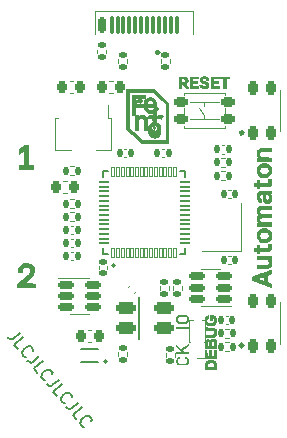
<source format=gbr>
G04 #@! TF.GenerationSoftware,KiCad,Pcbnew,8.0.5*
G04 #@! TF.CreationDate,2024-11-16T16:19:56+03:00*
G04 #@! TF.ProjectId,USB_duck_v2,5553425f-6475-4636-9b5f-76322e6b6963,rev?*
G04 #@! TF.SameCoordinates,Original*
G04 #@! TF.FileFunction,Legend,Top*
G04 #@! TF.FilePolarity,Positive*
%FSLAX46Y46*%
G04 Gerber Fmt 4.6, Leading zero omitted, Abs format (unit mm)*
G04 Created by KiCad (PCBNEW 8.0.5) date 2024-11-16 16:19:56*
%MOMM*%
%LPD*%
G01*
G04 APERTURE LIST*
G04 Aperture macros list*
%AMRoundRect*
0 Rectangle with rounded corners*
0 $1 Rounding radius*
0 $2 $3 $4 $5 $6 $7 $8 $9 X,Y pos of 4 corners*
0 Add a 4 corners polygon primitive as box body*
4,1,4,$2,$3,$4,$5,$6,$7,$8,$9,$2,$3,0*
0 Add four circle primitives for the rounded corners*
1,1,$1+$1,$2,$3*
1,1,$1+$1,$4,$5*
1,1,$1+$1,$6,$7*
1,1,$1+$1,$8,$9*
0 Add four rect primitives between the rounded corners*
20,1,$1+$1,$2,$3,$4,$5,0*
20,1,$1+$1,$4,$5,$6,$7,0*
20,1,$1+$1,$6,$7,$8,$9,0*
20,1,$1+$1,$8,$9,$2,$3,0*%
%AMFreePoly0*
4,1,9,3.862500,-0.866500,0.737500,-0.866500,0.737500,-0.450000,-0.737500,-0.450000,-0.737500,0.450000,0.737500,0.450000,0.737500,0.866500,3.862500,0.866500,3.862500,-0.866500,3.862500,-0.866500,$1*%
G04 Aperture macros list end*
%ADD10C,0.153000*%
%ADD11C,0.010000*%
%ADD12C,0.120000*%
%ADD13C,0.127000*%
%ADD14C,0.200000*%
%ADD15C,0.250000*%
%ADD16RoundRect,0.140000X-0.140000X-0.170000X0.140000X-0.170000X0.140000X0.170000X-0.140000X0.170000X0*%
%ADD17RoundRect,0.135000X-0.135000X-0.185000X0.135000X-0.185000X0.135000X0.185000X-0.135000X0.185000X0*%
%ADD18RoundRect,0.140000X0.140000X0.170000X-0.140000X0.170000X-0.140000X-0.170000X0.140000X-0.170000X0*%
%ADD19RoundRect,0.225000X-0.225000X-0.250000X0.225000X-0.250000X0.225000X0.250000X-0.225000X0.250000X0*%
%ADD20R,1.200000X1.400000*%
%ADD21RoundRect,0.006000X0.094000X-0.414000X0.094000X0.414000X-0.094000X0.414000X-0.094000X-0.414000X0*%
%ADD22RoundRect,0.020000X0.400000X-0.080000X0.400000X0.080000X-0.400000X0.080000X-0.400000X-0.080000X0*%
%ADD23R,3.100000X3.100000*%
%ADD24RoundRect,0.135000X-0.185000X0.135000X-0.185000X-0.135000X0.185000X-0.135000X0.185000X0.135000X0*%
%ADD25C,0.600000*%
%ADD26RoundRect,0.225000X0.225000X-0.375000X0.225000X0.375000X-0.225000X0.375000X-0.225000X-0.375000X0*%
%ADD27RoundRect,0.135000X0.185000X-0.135000X0.185000X0.135000X-0.185000X0.135000X-0.185000X-0.135000X0*%
%ADD28R,0.850000X0.850000*%
%ADD29O,0.850000X0.850000*%
%ADD30RoundRect,0.225000X0.225000X0.250000X-0.225000X0.250000X-0.225000X-0.250000X0.225000X-0.250000X0*%
%ADD31RoundRect,0.075000X-0.075000X-0.675000X0.075000X-0.675000X0.075000X0.675000X-0.075000X0.675000X0*%
%ADD32RoundRect,0.175000X-0.175000X-0.525000X0.175000X-0.525000X0.175000X0.525000X-0.175000X0.525000X0*%
%ADD33R,0.600000X1.100000*%
%ADD34R,0.300000X1.100000*%
%ADD35RoundRect,0.135000X0.135000X0.185000X-0.135000X0.185000X-0.135000X-0.185000X0.135000X-0.185000X0*%
%ADD36RoundRect,0.225000X0.350000X0.225000X-0.350000X0.225000X-0.350000X-0.225000X0.350000X-0.225000X0*%
%ADD37R,0.300000X0.850000*%
%ADD38RoundRect,0.150000X0.512500X0.150000X-0.512500X0.150000X-0.512500X-0.150000X0.512500X-0.150000X0*%
%ADD39RoundRect,0.140000X0.170000X-0.140000X0.170000X0.140000X-0.170000X0.140000X-0.170000X-0.140000X0*%
%ADD40R,1.270000X0.760000*%
%ADD41RoundRect,0.262500X-0.587500X-0.262500X0.587500X-0.262500X0.587500X0.262500X-0.587500X0.262500X0*%
%ADD42RoundRect,0.140000X0.021213X-0.219203X0.219203X-0.021213X-0.021213X0.219203X-0.219203X0.021213X0*%
%ADD43RoundRect,0.150000X-0.512500X-0.150000X0.512500X-0.150000X0.512500X0.150000X-0.512500X0.150000X0*%
%ADD44R,0.900000X1.300000*%
%ADD45FreePoly0,270.000000*%
G04 APERTURE END LIST*
D10*
G36*
X2719793Y-25511182D02*
G01*
X3813000Y-25511182D01*
X3813000Y-25664591D01*
X2719793Y-25664591D01*
X2719793Y-25511182D01*
G37*
G36*
X3479869Y-24498341D02*
G01*
X3534728Y-24507308D01*
X3591987Y-24524541D01*
X3633261Y-24543175D01*
X3681241Y-24573005D01*
X3722718Y-24608999D01*
X3757692Y-24651156D01*
X3774311Y-24677240D01*
X3798468Y-24728218D01*
X3814719Y-24783830D01*
X3822527Y-24837152D01*
X3824284Y-24879546D01*
X3821160Y-24935613D01*
X3810180Y-24994314D01*
X3791294Y-25048381D01*
X3774311Y-25081852D01*
X3742951Y-25127454D01*
X3705087Y-25166936D01*
X3660720Y-25200297D01*
X3633261Y-25216186D01*
X3579671Y-25239173D01*
X3521362Y-25254638D01*
X3465572Y-25262068D01*
X3421283Y-25263740D01*
X3111510Y-25263740D01*
X3052487Y-25260768D01*
X2997393Y-25251851D01*
X2940110Y-25234715D01*
X2898994Y-25216186D01*
X2851274Y-25186225D01*
X2809972Y-25150144D01*
X2775088Y-25107942D01*
X2758481Y-25081852D01*
X2734325Y-25030873D01*
X2718074Y-24975262D01*
X2710266Y-24921940D01*
X2708509Y-24879546D01*
X2859500Y-24879546D01*
X2864834Y-24933958D01*
X2883273Y-24986988D01*
X2914884Y-25032200D01*
X2926935Y-25044239D01*
X2973296Y-25077109D01*
X3028420Y-25097804D01*
X3085524Y-25106022D01*
X3106136Y-25106570D01*
X3426387Y-25106570D01*
X3485640Y-25101639D01*
X3537965Y-25086848D01*
X3587978Y-25058848D01*
X3605588Y-25044239D01*
X3641150Y-25001373D01*
X3663541Y-24950688D01*
X3672761Y-24892185D01*
X3673024Y-24879546D01*
X3667690Y-24824895D01*
X3649250Y-24771750D01*
X3617640Y-24726580D01*
X3605588Y-24714584D01*
X3558997Y-24681856D01*
X3503852Y-24661250D01*
X3446908Y-24653068D01*
X3426387Y-24652522D01*
X3106136Y-24652522D01*
X3046666Y-24657431D01*
X2994294Y-24672159D01*
X2944428Y-24700038D01*
X2926935Y-24714584D01*
X2891374Y-24757361D01*
X2868983Y-24808114D01*
X2859763Y-24866843D01*
X2859500Y-24879546D01*
X2708509Y-24879546D01*
X2711632Y-24823478D01*
X2722612Y-24764778D01*
X2741498Y-24710711D01*
X2758481Y-24677240D01*
X2789799Y-24631659D01*
X2827536Y-24592241D01*
X2871690Y-24558986D01*
X2898994Y-24543175D01*
X2952410Y-24520057D01*
X3010798Y-24504505D01*
X3066874Y-24497033D01*
X3111510Y-24495352D01*
X3421283Y-24495352D01*
X3479869Y-24498341D01*
G37*
X-10532712Y-26051802D02*
X-11079886Y-26510936D01*
X-11079886Y-26510936D02*
X-11219930Y-26566285D01*
X-11219930Y-26566285D02*
X-11354105Y-26554546D01*
X-11354105Y-26554546D02*
X-11482410Y-26475720D01*
X-11482410Y-26475720D02*
X-11543628Y-26402763D01*
X-10686577Y-27424156D02*
X-10992667Y-27059373D01*
X-10992667Y-27059373D02*
X-10226622Y-26416585D01*
X-10032051Y-28056026D02*
X-10099138Y-28050157D01*
X-10099138Y-28050157D02*
X-10227443Y-27971331D01*
X-10227443Y-27971331D02*
X-10288661Y-27898374D01*
X-10288661Y-27898374D02*
X-10344010Y-27758330D01*
X-10344010Y-27758330D02*
X-10332271Y-27624156D01*
X-10332271Y-27624156D02*
X-10289923Y-27526460D01*
X-10289923Y-27526460D02*
X-10174619Y-27367546D01*
X-10174619Y-27367546D02*
X-10065184Y-27275719D01*
X-10065184Y-27275719D02*
X-9888662Y-27189761D01*
X-9888662Y-27189761D02*
X-9785096Y-27165022D01*
X-9785096Y-27165022D02*
X-9650922Y-27176760D01*
X-9650922Y-27176760D02*
X-9522617Y-27255586D01*
X-9522617Y-27255586D02*
X-9461399Y-27328543D01*
X-9461399Y-27328543D02*
X-9406050Y-27468587D01*
X-9406050Y-27468587D02*
X-9411920Y-27535674D01*
X-8879829Y-28021631D02*
X-9427004Y-28480765D01*
X-9427004Y-28480765D02*
X-9567048Y-28536113D01*
X-9567048Y-28536113D02*
X-9701222Y-28524375D01*
X-9701222Y-28524375D02*
X-9829527Y-28445549D01*
X-9829527Y-28445549D02*
X-9890745Y-28372592D01*
X-9033695Y-29393985D02*
X-9339784Y-29029202D01*
X-9339784Y-29029202D02*
X-8573740Y-28386414D01*
X-8379168Y-30025855D02*
X-8446255Y-30019986D01*
X-8446255Y-30019986D02*
X-8574561Y-29941160D01*
X-8574561Y-29941160D02*
X-8635778Y-29868203D01*
X-8635778Y-29868203D02*
X-8691127Y-29728159D01*
X-8691127Y-29728159D02*
X-8679388Y-29593985D01*
X-8679388Y-29593985D02*
X-8637041Y-29496288D01*
X-8637041Y-29496288D02*
X-8521736Y-29337374D01*
X-8521736Y-29337374D02*
X-8412301Y-29245548D01*
X-8412301Y-29245548D02*
X-8235779Y-29159590D01*
X-8235779Y-29159590D02*
X-8132214Y-29134851D01*
X-8132214Y-29134851D02*
X-7998039Y-29146589D01*
X-7998039Y-29146589D02*
X-7869734Y-29225415D01*
X-7869734Y-29225415D02*
X-7808516Y-29298372D01*
X-7808516Y-29298372D02*
X-7753168Y-29438416D01*
X-7753168Y-29438416D02*
X-7759037Y-29505503D01*
X-7226946Y-29991460D02*
X-7774121Y-30450594D01*
X-7774121Y-30450594D02*
X-7914165Y-30505942D01*
X-7914165Y-30505942D02*
X-8048339Y-30494204D01*
X-8048339Y-30494204D02*
X-8176644Y-30415378D01*
X-8176644Y-30415378D02*
X-8237862Y-30342421D01*
X-7380812Y-31363814D02*
X-7686901Y-30999031D01*
X-7686901Y-30999031D02*
X-6920857Y-30356243D01*
X-6726286Y-31995684D02*
X-6793373Y-31989814D01*
X-6793373Y-31989814D02*
X-6921678Y-31910988D01*
X-6921678Y-31910988D02*
X-6982896Y-31838032D01*
X-6982896Y-31838032D02*
X-7038244Y-31697988D01*
X-7038244Y-31697988D02*
X-7026506Y-31563814D01*
X-7026506Y-31563814D02*
X-6984158Y-31466117D01*
X-6984158Y-31466117D02*
X-6868854Y-31307203D01*
X-6868854Y-31307203D02*
X-6759419Y-31215377D01*
X-6759419Y-31215377D02*
X-6582896Y-31129419D01*
X-6582896Y-31129419D02*
X-6479331Y-31104680D01*
X-6479331Y-31104680D02*
X-6345156Y-31116418D01*
X-6345156Y-31116418D02*
X-6216851Y-31195244D01*
X-6216851Y-31195244D02*
X-6155633Y-31268201D01*
X-6155633Y-31268201D02*
X-6100285Y-31408245D01*
X-6100285Y-31408245D02*
X-6106154Y-31475332D01*
X-5574064Y-31961289D02*
X-6121238Y-32420423D01*
X-6121238Y-32420423D02*
X-6261282Y-32475771D01*
X-6261282Y-32475771D02*
X-6395457Y-32464032D01*
X-6395457Y-32464032D02*
X-6523762Y-32385206D01*
X-6523762Y-32385206D02*
X-6584980Y-32312250D01*
X-5727929Y-33333643D02*
X-6034019Y-32968860D01*
X-6034019Y-32968860D02*
X-5267974Y-32326072D01*
X-5073403Y-33965513D02*
X-5140490Y-33959643D01*
X-5140490Y-33959643D02*
X-5268795Y-33880817D01*
X-5268795Y-33880817D02*
X-5330013Y-33807861D01*
X-5330013Y-33807861D02*
X-5385362Y-33667817D01*
X-5385362Y-33667817D02*
X-5373623Y-33533642D01*
X-5373623Y-33533642D02*
X-5331275Y-33435946D01*
X-5331275Y-33435946D02*
X-5215971Y-33277032D01*
X-5215971Y-33277032D02*
X-5106536Y-33185205D01*
X-5106536Y-33185205D02*
X-4930014Y-33099248D01*
X-4930014Y-33099248D02*
X-4826448Y-33074508D01*
X-4826448Y-33074508D02*
X-4692274Y-33086247D01*
X-4692274Y-33086247D02*
X-4563969Y-33165073D01*
X-4563969Y-33165073D02*
X-4502751Y-33238030D01*
X-4502751Y-33238030D02*
X-4447402Y-33378074D01*
X-4447402Y-33378074D02*
X-4453272Y-33445161D01*
G36*
X3824284Y-28406727D02*
G01*
X3821110Y-28462055D01*
X3809953Y-28520085D01*
X3790762Y-28573652D01*
X3773505Y-28606884D01*
X3741712Y-28652054D01*
X3703459Y-28691145D01*
X3658745Y-28724159D01*
X3631112Y-28739874D01*
X3577004Y-28762732D01*
X3524841Y-28776769D01*
X3468849Y-28784897D01*
X3416715Y-28787159D01*
X3116614Y-28787159D01*
X3056937Y-28784204D01*
X3001222Y-28775338D01*
X2949470Y-28760561D01*
X2901681Y-28739874D01*
X2853269Y-28710237D01*
X2811402Y-28674522D01*
X2776081Y-28632728D01*
X2759287Y-28606884D01*
X2734741Y-28556292D01*
X2718228Y-28501238D01*
X2709749Y-28441720D01*
X2708509Y-28406727D01*
X2712471Y-28349052D01*
X2724356Y-28294579D01*
X2744165Y-28243307D01*
X2749078Y-28233436D01*
X2777608Y-28186755D01*
X2812487Y-28145112D01*
X2853716Y-28108506D01*
X2862724Y-28101789D01*
X2910669Y-28072042D01*
X2963495Y-28048959D01*
X3015211Y-28033881D01*
X3033327Y-28030055D01*
X3033327Y-28187226D01*
X2981093Y-28207814D01*
X2941175Y-28235048D01*
X2902354Y-28276268D01*
X2879919Y-28313499D01*
X2862105Y-28365212D01*
X2857888Y-28406727D01*
X2863520Y-28460275D01*
X2882987Y-28512444D01*
X2916361Y-28556900D01*
X2929085Y-28568733D01*
X2977875Y-28601036D01*
X3029413Y-28619879D01*
X3088178Y-28629032D01*
X3116614Y-28629989D01*
X3416715Y-28629989D01*
X3472145Y-28626161D01*
X3527639Y-28612701D01*
X3580774Y-28586380D01*
X3603976Y-28568733D01*
X3641238Y-28526591D01*
X3664699Y-28476735D01*
X3674360Y-28419166D01*
X3674636Y-28406727D01*
X3667187Y-28350036D01*
X3647087Y-28300145D01*
X3629500Y-28272124D01*
X3590056Y-28230590D01*
X3544075Y-28202740D01*
X3499465Y-28187226D01*
X3499465Y-28030055D01*
X3552519Y-28043376D01*
X3606882Y-28064607D01*
X3656418Y-28092607D01*
X3670337Y-28102327D01*
X3712694Y-28138014D01*
X3748754Y-28178582D01*
X3778518Y-28224030D01*
X3783715Y-28233705D01*
X3805108Y-28284196D01*
X3818579Y-28337939D01*
X3824125Y-28394937D01*
X3824284Y-28406727D01*
G37*
G36*
X3563408Y-27729685D02*
G01*
X3333160Y-27707117D01*
X2719793Y-27224591D01*
X2719793Y-27035718D01*
X3563408Y-27729685D01*
G37*
G36*
X3813000Y-27827480D02*
G01*
X2719793Y-27827480D01*
X2719793Y-27674071D01*
X3813000Y-27674071D01*
X3813000Y-27827480D01*
G37*
G36*
X3813000Y-27177843D02*
G01*
X3229454Y-27525230D01*
X3117420Y-27404061D01*
X3813000Y-26989776D01*
X3813000Y-27177843D01*
G37*
D11*
X7216300Y-4473700D02*
X6898800Y-4473700D01*
X6898800Y-5299200D01*
X6721000Y-5299200D01*
X6721000Y-4473700D01*
X6390800Y-4473700D01*
X6390800Y-4321300D01*
X7216300Y-4321300D01*
X7216300Y-4473700D01*
G36*
X7216300Y-4473700D02*
G01*
X6898800Y-4473700D01*
X6898800Y-5299200D01*
X6721000Y-5299200D01*
X6721000Y-4473700D01*
X6390800Y-4473700D01*
X6390800Y-4321300D01*
X7216300Y-4321300D01*
X7216300Y-4473700D01*
G37*
X4549300Y-4473700D02*
X4066700Y-4473700D01*
X4066700Y-4715000D01*
X4511200Y-4715000D01*
X4511200Y-4880100D01*
X4066700Y-4880100D01*
X4066700Y-5146800D01*
X4549300Y-5146800D01*
X4549300Y-5299200D01*
X3888900Y-5299200D01*
X3888900Y-4321300D01*
X4549300Y-4321300D01*
X4549300Y-4473700D01*
G36*
X4549300Y-4473700D02*
G01*
X4066700Y-4473700D01*
X4066700Y-4715000D01*
X4511200Y-4715000D01*
X4511200Y-4880100D01*
X4066700Y-4880100D01*
X4066700Y-5146800D01*
X4549300Y-5146800D01*
X4549300Y-5299200D01*
X3888900Y-5299200D01*
X3888900Y-4321300D01*
X4549300Y-4321300D01*
X4549300Y-4473700D01*
G37*
X6301900Y-4473700D02*
X5819300Y-4473700D01*
X5819300Y-4714400D01*
X6257450Y-4721350D01*
X6265012Y-4880100D01*
X5819300Y-4880100D01*
X5819300Y-5146800D01*
X6301900Y-5146800D01*
X6301900Y-5299200D01*
X5641500Y-5299200D01*
X5641500Y-4321300D01*
X6301900Y-4321300D01*
X6301900Y-4473700D01*
G36*
X6301900Y-4473700D02*
G01*
X5819300Y-4473700D01*
X5819300Y-4714400D01*
X6257450Y-4721350D01*
X6265012Y-4880100D01*
X5819300Y-4880100D01*
X5819300Y-5146800D01*
X6301900Y-5146800D01*
X6301900Y-5299200D01*
X5641500Y-5299200D01*
X5641500Y-4321300D01*
X6301900Y-4321300D01*
X6301900Y-4473700D01*
G37*
X6025675Y-27475968D02*
X6105050Y-27479750D01*
X6111828Y-28133800D01*
X5120800Y-28133800D01*
X5120800Y-27472187D01*
X5200175Y-27475968D01*
X5279550Y-27479750D01*
X5286460Y-27956000D01*
X5527200Y-27956000D01*
X5527200Y-27511500D01*
X5679600Y-27511500D01*
X5679600Y-27956000D01*
X5946300Y-27956000D01*
X5946300Y-27472187D01*
X6025675Y-27475968D01*
G36*
X6025675Y-27475968D02*
G01*
X6105050Y-27479750D01*
X6111828Y-28133800D01*
X5120800Y-28133800D01*
X5120800Y-27472187D01*
X5200175Y-27475968D01*
X5279550Y-27479750D01*
X5286460Y-27956000D01*
X5527200Y-27956000D01*
X5527200Y-27511500D01*
X5679600Y-27511500D01*
X5679600Y-27956000D01*
X5946300Y-27956000D01*
X5946300Y-27472187D01*
X6025675Y-27475968D01*
G37*
X1452074Y-5973849D02*
X2060100Y-6572299D01*
X2060100Y-9960100D01*
X-278334Y-9960100D01*
X-887117Y-9361605D01*
X-1495900Y-8763111D01*
X-1495900Y-8653840D01*
X-1267300Y-8653840D01*
X-196288Y-9731500D01*
X1831500Y-9731500D01*
X1831500Y-6677260D01*
X758462Y-5604000D01*
X-1267300Y-5604000D01*
X-1267300Y-8653840D01*
X-1495900Y-8653840D01*
X-1495900Y-5604000D01*
X-1495900Y-5375400D01*
X844049Y-5375400D01*
X1452074Y-5973849D01*
G36*
X1452074Y-5973849D02*
G01*
X2060100Y-6572299D01*
X2060100Y-9960100D01*
X-278334Y-9960100D01*
X-887117Y-9361605D01*
X-1495900Y-8763111D01*
X-1495900Y-8653840D01*
X-1267300Y-8653840D01*
X-196288Y-9731500D01*
X1831500Y-9731500D01*
X1831500Y-6677260D01*
X758462Y-5604000D01*
X-1267300Y-5604000D01*
X-1267300Y-8653840D01*
X-1495900Y-8653840D01*
X-1495900Y-5604000D01*
X-1495900Y-5375400D01*
X844049Y-5375400D01*
X1452074Y-5973849D01*
G37*
X-9789000Y-11839038D02*
X-9401650Y-11846050D01*
X-9398085Y-12001625D01*
X-9394519Y-12157200D01*
X-10614500Y-12157200D01*
X-10614500Y-11839700D01*
X-10144600Y-11839700D01*
X-10144600Y-11185018D01*
X-10144695Y-11036216D01*
X-10145010Y-10910997D01*
X-10145594Y-10807546D01*
X-10146494Y-10724046D01*
X-10147757Y-10658682D01*
X-10149431Y-10609637D01*
X-10151563Y-10575096D01*
X-10154202Y-10553243D01*
X-10157394Y-10542261D01*
X-10161187Y-10540335D01*
X-10161478Y-10540493D01*
X-10176624Y-10550678D01*
X-10209065Y-10573186D01*
X-10255391Y-10605628D01*
X-10312191Y-10645613D01*
X-10376056Y-10690754D01*
X-10388932Y-10699875D01*
X-10452963Y-10745000D01*
X-10509893Y-10784647D01*
X-10556512Y-10816617D01*
X-10589605Y-10838711D01*
X-10605962Y-10848733D01*
X-10607005Y-10849100D01*
X-10609658Y-10837151D01*
X-10611857Y-10804307D01*
X-10613425Y-10755073D01*
X-10614180Y-10693952D01*
X-10614215Y-10668125D01*
X-10613930Y-10487150D01*
X-10366925Y-10312525D01*
X-10119919Y-10137900D01*
X-9789000Y-10137900D01*
X-9789000Y-11839038D01*
G36*
X-9789000Y-11839038D02*
G01*
X-9401650Y-11846050D01*
X-9398085Y-12001625D01*
X-9394519Y-12157200D01*
X-10614500Y-12157200D01*
X-10614500Y-11839700D01*
X-10144600Y-11839700D01*
X-10144600Y-11185018D01*
X-10144695Y-11036216D01*
X-10145010Y-10910997D01*
X-10145594Y-10807546D01*
X-10146494Y-10724046D01*
X-10147757Y-10658682D01*
X-10149431Y-10609637D01*
X-10151563Y-10575096D01*
X-10154202Y-10553243D01*
X-10157394Y-10542261D01*
X-10161187Y-10540335D01*
X-10161478Y-10540493D01*
X-10176624Y-10550678D01*
X-10209065Y-10573186D01*
X-10255391Y-10605628D01*
X-10312191Y-10645613D01*
X-10376056Y-10690754D01*
X-10388932Y-10699875D01*
X-10452963Y-10745000D01*
X-10509893Y-10784647D01*
X-10556512Y-10816617D01*
X-10589605Y-10838711D01*
X-10605962Y-10848733D01*
X-10607005Y-10849100D01*
X-10609658Y-10837151D01*
X-10611857Y-10804307D01*
X-10613425Y-10755073D01*
X-10614180Y-10693952D01*
X-10614215Y-10668125D01*
X-10613930Y-10487150D01*
X-10366925Y-10312525D01*
X-10119919Y-10137900D01*
X-9789000Y-10137900D01*
X-9789000Y-11839038D01*
G37*
X10691058Y-18532956D02*
X10723437Y-18535041D01*
X10741273Y-18540378D01*
X10749992Y-18550490D01*
X10754576Y-18565115D01*
X10757411Y-18590830D01*
X10758744Y-18635167D01*
X10758480Y-18691387D01*
X10757079Y-18739740D01*
X10750204Y-18832244D01*
X10736848Y-18904583D01*
X10715469Y-18961504D01*
X10684524Y-19007759D01*
X10662646Y-19030581D01*
X10638834Y-19051396D01*
X10614472Y-19068190D01*
X10586560Y-19081441D01*
X10552098Y-19091628D01*
X10508084Y-19099230D01*
X10451520Y-19104726D01*
X10379404Y-19108593D01*
X10288737Y-19111311D01*
X10176519Y-19113358D01*
X10140475Y-19113881D01*
X9769000Y-19119086D01*
X9769000Y-19281900D01*
X9540400Y-19281900D01*
X9540400Y-19116800D01*
X9273700Y-19116800D01*
X9273700Y-18850100D01*
X9539593Y-18850100D01*
X9543171Y-18700875D01*
X9546750Y-18551650D01*
X9657875Y-18547980D01*
X9769000Y-18544311D01*
X9769000Y-18850100D01*
X10099830Y-18850100D01*
X10215720Y-18849871D01*
X10308728Y-18848370D01*
X10381368Y-18844367D01*
X10436159Y-18836638D01*
X10475617Y-18823955D01*
X10502259Y-18805091D01*
X10518601Y-18778821D01*
X10527161Y-18743917D01*
X10530455Y-18699152D01*
X10530999Y-18643301D01*
X10531000Y-18639952D01*
X10531000Y-18532600D01*
X10638708Y-18532600D01*
X10691058Y-18532956D01*
G36*
X10691058Y-18532956D02*
G01*
X10723437Y-18535041D01*
X10741273Y-18540378D01*
X10749992Y-18550490D01*
X10754576Y-18565115D01*
X10757411Y-18590830D01*
X10758744Y-18635167D01*
X10758480Y-18691387D01*
X10757079Y-18739740D01*
X10750204Y-18832244D01*
X10736848Y-18904583D01*
X10715469Y-18961504D01*
X10684524Y-19007759D01*
X10662646Y-19030581D01*
X10638834Y-19051396D01*
X10614472Y-19068190D01*
X10586560Y-19081441D01*
X10552098Y-19091628D01*
X10508084Y-19099230D01*
X10451520Y-19104726D01*
X10379404Y-19108593D01*
X10288737Y-19111311D01*
X10176519Y-19113358D01*
X10140475Y-19113881D01*
X9769000Y-19119086D01*
X9769000Y-19281900D01*
X9540400Y-19281900D01*
X9540400Y-19116800D01*
X9273700Y-19116800D01*
X9273700Y-18850100D01*
X9539593Y-18850100D01*
X9543171Y-18700875D01*
X9546750Y-18551650D01*
X9657875Y-18547980D01*
X9769000Y-18544311D01*
X9769000Y-18850100D01*
X10099830Y-18850100D01*
X10215720Y-18849871D01*
X10308728Y-18848370D01*
X10381368Y-18844367D01*
X10436159Y-18836638D01*
X10475617Y-18823955D01*
X10502259Y-18805091D01*
X10518601Y-18778821D01*
X10527161Y-18743917D01*
X10530455Y-18699152D01*
X10530999Y-18643301D01*
X10531000Y-18639952D01*
X10531000Y-18532600D01*
X10638708Y-18532600D01*
X10691058Y-18532956D01*
G37*
X10746900Y-10633200D02*
X9939087Y-10633200D01*
X9873861Y-10665703D01*
X9817922Y-10703613D01*
X9780537Y-10753881D01*
X9760059Y-10819629D01*
X9754712Y-10891357D01*
X9761413Y-10971435D01*
X9782872Y-11035236D01*
X9821127Y-11088468D01*
X9827283Y-11094754D01*
X9848610Y-11115535D01*
X9868206Y-11132269D01*
X9889013Y-11145423D01*
X9913972Y-11155464D01*
X9946026Y-11162861D01*
X9988116Y-11168079D01*
X10043185Y-11171586D01*
X10114175Y-11173850D01*
X10204028Y-11175338D01*
X10315685Y-11176518D01*
X10343675Y-11176785D01*
X10746900Y-11180620D01*
X10746900Y-11433300D01*
X9539446Y-11433300D01*
X9546750Y-11198350D01*
X9625208Y-11194592D01*
X9703667Y-11190835D01*
X9648308Y-11135476D01*
X9599978Y-11081984D01*
X9566813Y-11030448D01*
X9545913Y-10973644D01*
X9534377Y-10904348D01*
X9530183Y-10841220D01*
X9530075Y-10744727D01*
X9539503Y-10666878D01*
X9559926Y-10602237D01*
X9592802Y-10545368D01*
X9617962Y-10514016D01*
X9691252Y-10448861D01*
X9779184Y-10403802D01*
X9872353Y-10379802D01*
X9905404Y-10376506D01*
X9959931Y-10373507D01*
X10032009Y-10370914D01*
X10117715Y-10368836D01*
X10213124Y-10367380D01*
X10314314Y-10366656D01*
X10350025Y-10366595D01*
X10746900Y-10366500D01*
X10746900Y-10633200D01*
G36*
X10746900Y-10633200D02*
G01*
X9939087Y-10633200D01*
X9873861Y-10665703D01*
X9817922Y-10703613D01*
X9780537Y-10753881D01*
X9760059Y-10819629D01*
X9754712Y-10891357D01*
X9761413Y-10971435D01*
X9782872Y-11035236D01*
X9821127Y-11088468D01*
X9827283Y-11094754D01*
X9848610Y-11115535D01*
X9868206Y-11132269D01*
X9889013Y-11145423D01*
X9913972Y-11155464D01*
X9946026Y-11162861D01*
X9988116Y-11168079D01*
X10043185Y-11171586D01*
X10114175Y-11173850D01*
X10204028Y-11175338D01*
X10315685Y-11176518D01*
X10343675Y-11176785D01*
X10746900Y-11180620D01*
X10746900Y-11433300D01*
X9539446Y-11433300D01*
X9546750Y-11198350D01*
X9625208Y-11194592D01*
X9703667Y-11190835D01*
X9648308Y-11135476D01*
X9599978Y-11081984D01*
X9566813Y-11030448D01*
X9545913Y-10973644D01*
X9534377Y-10904348D01*
X9530183Y-10841220D01*
X9530075Y-10744727D01*
X9539503Y-10666878D01*
X9559926Y-10602237D01*
X9592802Y-10545368D01*
X9617962Y-10514016D01*
X9691252Y-10448861D01*
X9779184Y-10403802D01*
X9872353Y-10379802D01*
X9905404Y-10376506D01*
X9959931Y-10373507D01*
X10032009Y-10370914D01*
X10117715Y-10368836D01*
X10213124Y-10367380D01*
X10314314Y-10366656D01*
X10350025Y-10366595D01*
X10746900Y-10366500D01*
X10746900Y-10633200D01*
G37*
X5716859Y-28336199D02*
X5794978Y-28350417D01*
X5823802Y-28359404D01*
X5908134Y-28398797D01*
X5973502Y-28449277D01*
X6024280Y-28513290D01*
X6050511Y-28559209D01*
X6070444Y-28606459D01*
X6085099Y-28659844D01*
X6095498Y-28724168D01*
X6102664Y-28804235D01*
X6107616Y-28904850D01*
X6107633Y-28905325D01*
X6115297Y-29111700D01*
X5117649Y-29111700D01*
X5122433Y-28933900D01*
X5285900Y-28933900D01*
X5946300Y-28933900D01*
X5946300Y-28840912D01*
X5938435Y-28742306D01*
X5914773Y-28663368D01*
X5875212Y-28603795D01*
X5862865Y-28591926D01*
X5800542Y-28552361D01*
X5723783Y-28526695D01*
X5639123Y-28515068D01*
X5553098Y-28517618D01*
X5472243Y-28534485D01*
X5403096Y-28565806D01*
X5381042Y-28581698D01*
X5336230Y-28627785D01*
X5306838Y-28681878D01*
X5290833Y-28749282D01*
X5286178Y-28829125D01*
X5285900Y-28933900D01*
X5122433Y-28933900D01*
X5123715Y-28886275D01*
X5126367Y-28801383D01*
X5129495Y-28737015D01*
X5133669Y-28688292D01*
X5139457Y-28650338D01*
X5147430Y-28618277D01*
X5158158Y-28587230D01*
X5158860Y-28585400D01*
X5204318Y-28501508D01*
X5269174Y-28430477D01*
X5348793Y-28376945D01*
X5381900Y-28362177D01*
X5451468Y-28343365D01*
X5536332Y-28332728D01*
X5627720Y-28330321D01*
X5716859Y-28336199D01*
G36*
X5716859Y-28336199D02*
G01*
X5794978Y-28350417D01*
X5823802Y-28359404D01*
X5908134Y-28398797D01*
X5973502Y-28449277D01*
X6024280Y-28513290D01*
X6050511Y-28559209D01*
X6070444Y-28606459D01*
X6085099Y-28659844D01*
X6095498Y-28724168D01*
X6102664Y-28804235D01*
X6107616Y-28904850D01*
X6107633Y-28905325D01*
X6115297Y-29111700D01*
X5117649Y-29111700D01*
X5122433Y-28933900D01*
X5285900Y-28933900D01*
X5946300Y-28933900D01*
X5946300Y-28840912D01*
X5938435Y-28742306D01*
X5914773Y-28663368D01*
X5875212Y-28603795D01*
X5862865Y-28591926D01*
X5800542Y-28552361D01*
X5723783Y-28526695D01*
X5639123Y-28515068D01*
X5553098Y-28517618D01*
X5472243Y-28534485D01*
X5403096Y-28565806D01*
X5381042Y-28581698D01*
X5336230Y-28627785D01*
X5306838Y-28681878D01*
X5290833Y-28749282D01*
X5286178Y-28829125D01*
X5285900Y-28933900D01*
X5122433Y-28933900D01*
X5123715Y-28886275D01*
X5126367Y-28801383D01*
X5129495Y-28737015D01*
X5133669Y-28688292D01*
X5139457Y-28650338D01*
X5147430Y-28618277D01*
X5158158Y-28587230D01*
X5158860Y-28585400D01*
X5204318Y-28501508D01*
X5269174Y-28430477D01*
X5348793Y-28376945D01*
X5381900Y-28362177D01*
X5451468Y-28343365D01*
X5536332Y-28332728D01*
X5627720Y-28330321D01*
X5716859Y-28336199D01*
G37*
X10754266Y-13066202D02*
X10757297Y-13098072D01*
X10758628Y-13147515D01*
X10758150Y-13206751D01*
X10756802Y-13247177D01*
X10748989Y-13342446D01*
X10733652Y-13417090D01*
X10708786Y-13475275D01*
X10672386Y-13521171D01*
X10622446Y-13558943D01*
X10600850Y-13571310D01*
X10585384Y-13579038D01*
X10568868Y-13585200D01*
X10548294Y-13590011D01*
X10520656Y-13593682D01*
X10482945Y-13596426D01*
X10432155Y-13598456D01*
X10365277Y-13599985D01*
X10279305Y-13601224D01*
X10171231Y-13602386D01*
X10159525Y-13602502D01*
X9769000Y-13606354D01*
X9769000Y-13782800D01*
X9663166Y-13782800D01*
X9613566Y-13781846D01*
X9574176Y-13779308D01*
X9551529Y-13775669D01*
X9548866Y-13774333D01*
X9544459Y-13758092D01*
X9541397Y-13724192D01*
X9540400Y-13685433D01*
X9540400Y-13605000D01*
X9273700Y-13605000D01*
X9273700Y-13351000D01*
X9540400Y-13351000D01*
X9540400Y-13046200D01*
X9769000Y-13046200D01*
X9769000Y-13351000D01*
X10083325Y-13350929D01*
X10181103Y-13350348D01*
X10268975Y-13348740D01*
X10343422Y-13346236D01*
X10400925Y-13342968D01*
X10437964Y-13339067D01*
X10446289Y-13337352D01*
X10481550Y-13321386D01*
X10506190Y-13293920D01*
X10521657Y-13251399D01*
X10529396Y-13190269D01*
X10531000Y-13129157D01*
X10531000Y-13020800D01*
X10745749Y-13020800D01*
X10754266Y-13066202D01*
G36*
X10754266Y-13066202D02*
G01*
X10757297Y-13098072D01*
X10758628Y-13147515D01*
X10758150Y-13206751D01*
X10756802Y-13247177D01*
X10748989Y-13342446D01*
X10733652Y-13417090D01*
X10708786Y-13475275D01*
X10672386Y-13521171D01*
X10622446Y-13558943D01*
X10600850Y-13571310D01*
X10585384Y-13579038D01*
X10568868Y-13585200D01*
X10548294Y-13590011D01*
X10520656Y-13593682D01*
X10482945Y-13596426D01*
X10432155Y-13598456D01*
X10365277Y-13599985D01*
X10279305Y-13601224D01*
X10171231Y-13602386D01*
X10159525Y-13602502D01*
X9769000Y-13606354D01*
X9769000Y-13782800D01*
X9663166Y-13782800D01*
X9613566Y-13781846D01*
X9574176Y-13779308D01*
X9551529Y-13775669D01*
X9548866Y-13774333D01*
X9544459Y-13758092D01*
X9541397Y-13724192D01*
X9540400Y-13685433D01*
X9540400Y-13605000D01*
X9273700Y-13605000D01*
X9273700Y-13351000D01*
X9540400Y-13351000D01*
X9540400Y-13046200D01*
X9769000Y-13046200D01*
X9769000Y-13351000D01*
X10083325Y-13350929D01*
X10181103Y-13350348D01*
X10268975Y-13348740D01*
X10343422Y-13346236D01*
X10400925Y-13342968D01*
X10437964Y-13339067D01*
X10446289Y-13337352D01*
X10481550Y-13321386D01*
X10506190Y-13293920D01*
X10521657Y-13251399D01*
X10529396Y-13190269D01*
X10531000Y-13129157D01*
X10531000Y-13020800D01*
X10745749Y-13020800D01*
X10754266Y-13066202D01*
G37*
X3269371Y-4322613D02*
X3356236Y-4327030D01*
X3425363Y-4335266D01*
X3480524Y-4348034D01*
X3525493Y-4366050D01*
X3564045Y-4390028D01*
X3576809Y-4400034D01*
X3632593Y-4460903D01*
X3667555Y-4531206D01*
X3682215Y-4606605D01*
X3677097Y-4682766D01*
X3652720Y-4755353D01*
X3609606Y-4820029D01*
X3548278Y-4872458D01*
X3517948Y-4889428D01*
X3471445Y-4912047D01*
X3563184Y-5057998D01*
X3599980Y-5116635D01*
X3634544Y-5171887D01*
X3663257Y-5217958D01*
X3682501Y-5249051D01*
X3684046Y-5251575D01*
X3713171Y-5299200D01*
X3613710Y-5299004D01*
X3514250Y-5298808D01*
X3408349Y-5114854D01*
X3302449Y-4930900D01*
X3114200Y-4930900D01*
X3114200Y-5299200D01*
X2936400Y-5299200D01*
X2936400Y-4778500D01*
X2936400Y-4470437D01*
X3114200Y-4470437D01*
X3114200Y-4778500D01*
X3240373Y-4778500D01*
X3298645Y-4777151D01*
X3350946Y-4773532D01*
X3389646Y-4768280D01*
X3402298Y-4764954D01*
X3457043Y-4733092D01*
X3491428Y-4688655D01*
X3503832Y-4635177D01*
X3492633Y-4576196D01*
X3490878Y-4571846D01*
X3471009Y-4536975D01*
X3442313Y-4511615D01*
X3400830Y-4494187D01*
X3342598Y-4483115D01*
X3263658Y-4476823D01*
X3250725Y-4476233D01*
X3114200Y-4470437D01*
X2936400Y-4470437D01*
X2936400Y-4321300D01*
X3160991Y-4321300D01*
X3269371Y-4322613D01*
G36*
X3269371Y-4322613D02*
G01*
X3356236Y-4327030D01*
X3425363Y-4335266D01*
X3480524Y-4348034D01*
X3525493Y-4366050D01*
X3564045Y-4390028D01*
X3576809Y-4400034D01*
X3632593Y-4460903D01*
X3667555Y-4531206D01*
X3682215Y-4606605D01*
X3677097Y-4682766D01*
X3652720Y-4755353D01*
X3609606Y-4820029D01*
X3548278Y-4872458D01*
X3517948Y-4889428D01*
X3471445Y-4912047D01*
X3563184Y-5057998D01*
X3599980Y-5116635D01*
X3634544Y-5171887D01*
X3663257Y-5217958D01*
X3682501Y-5249051D01*
X3684046Y-5251575D01*
X3713171Y-5299200D01*
X3613710Y-5299004D01*
X3514250Y-5298808D01*
X3408349Y-5114854D01*
X3302449Y-4930900D01*
X3114200Y-4930900D01*
X3114200Y-5299200D01*
X2936400Y-5299200D01*
X2936400Y-4778500D01*
X2936400Y-4470437D01*
X3114200Y-4470437D01*
X3114200Y-4778500D01*
X3240373Y-4778500D01*
X3298645Y-4777151D01*
X3350946Y-4773532D01*
X3389646Y-4768280D01*
X3402298Y-4764954D01*
X3457043Y-4733092D01*
X3491428Y-4688655D01*
X3503832Y-4635177D01*
X3492633Y-4576196D01*
X3490878Y-4571846D01*
X3471009Y-4536975D01*
X3442313Y-4511615D01*
X3400830Y-4494187D01*
X3342598Y-4483115D01*
X3263658Y-4476823D01*
X3250725Y-4476233D01*
X3114200Y-4470437D01*
X2936400Y-4470437D01*
X2936400Y-4321300D01*
X3160991Y-4321300D01*
X3269371Y-4322613D01*
G37*
X5492275Y-25570869D02*
X5863750Y-25574750D01*
X5929140Y-25609237D01*
X6003135Y-25659982D01*
X6058020Y-25724799D01*
X6094548Y-25805158D01*
X6113475Y-25902529D01*
X6116697Y-25974800D01*
X6107360Y-26079291D01*
X6079396Y-26167037D01*
X6032021Y-26239372D01*
X5964451Y-26297628D01*
X5908200Y-26329112D01*
X5887243Y-26338764D01*
X5867731Y-26346364D01*
X5846361Y-26352197D01*
X5819830Y-26356551D01*
X5784833Y-26359714D01*
X5738067Y-26361972D01*
X5676230Y-26363612D01*
X5596018Y-26364921D01*
X5494127Y-26366186D01*
X5479575Y-26366357D01*
X5120800Y-26370565D01*
X5120800Y-26192543D01*
X5460525Y-26188446D01*
X5563581Y-26187068D01*
X5644516Y-26185547D01*
X5706605Y-26183635D01*
X5753127Y-26181085D01*
X5787358Y-26177647D01*
X5812576Y-26173074D01*
X5832058Y-26167118D01*
X5849081Y-26159530D01*
X5850230Y-26158950D01*
X5901502Y-26125124D01*
X5934231Y-26082548D01*
X5951871Y-26025512D01*
X5956575Y-25983141D01*
X5953437Y-25904630D01*
X5932287Y-25843080D01*
X5892253Y-25796706D01*
X5853815Y-25772938D01*
X5835816Y-25764880D01*
X5816921Y-25758622D01*
X5793795Y-25753938D01*
X5763102Y-25750601D01*
X5721508Y-25748387D01*
X5665677Y-25747067D01*
X5592276Y-25746417D01*
X5497969Y-25746209D01*
X5459690Y-25746200D01*
X5120800Y-25746200D01*
X5120800Y-25566989D01*
X5492275Y-25570869D01*
G36*
X5492275Y-25570869D02*
G01*
X5863750Y-25574750D01*
X5929140Y-25609237D01*
X6003135Y-25659982D01*
X6058020Y-25724799D01*
X6094548Y-25805158D01*
X6113475Y-25902529D01*
X6116697Y-25974800D01*
X6107360Y-26079291D01*
X6079396Y-26167037D01*
X6032021Y-26239372D01*
X5964451Y-26297628D01*
X5908200Y-26329112D01*
X5887243Y-26338764D01*
X5867731Y-26346364D01*
X5846361Y-26352197D01*
X5819830Y-26356551D01*
X5784833Y-26359714D01*
X5738067Y-26361972D01*
X5676230Y-26363612D01*
X5596018Y-26364921D01*
X5494127Y-26366186D01*
X5479575Y-26366357D01*
X5120800Y-26370565D01*
X5120800Y-26192543D01*
X5460525Y-26188446D01*
X5563581Y-26187068D01*
X5644516Y-26185547D01*
X5706605Y-26183635D01*
X5753127Y-26181085D01*
X5787358Y-26177647D01*
X5812576Y-26173074D01*
X5832058Y-26167118D01*
X5849081Y-26159530D01*
X5850230Y-26158950D01*
X5901502Y-26125124D01*
X5934231Y-26082548D01*
X5951871Y-26025512D01*
X5956575Y-25983141D01*
X5953437Y-25904630D01*
X5932287Y-25843080D01*
X5892253Y-25796706D01*
X5853815Y-25772938D01*
X5835816Y-25764880D01*
X5816921Y-25758622D01*
X5793795Y-25753938D01*
X5763102Y-25750601D01*
X5721508Y-25748387D01*
X5665677Y-25747067D01*
X5592276Y-25746417D01*
X5497969Y-25746209D01*
X5459690Y-25746200D01*
X5120800Y-25746200D01*
X5120800Y-25566989D01*
X5492275Y-25570869D01*
G37*
X10746900Y-19739100D02*
X10582367Y-19739100D01*
X10640370Y-19792565D01*
X10679415Y-19834433D01*
X10715884Y-19883087D01*
X10732161Y-19910040D01*
X10747278Y-19940957D01*
X10757090Y-19969504D01*
X10762723Y-20002493D01*
X10765300Y-20046735D01*
X10765947Y-20109043D01*
X10765950Y-20114647D01*
X10765465Y-20178035D01*
X10763168Y-20223149D01*
X10757795Y-20257110D01*
X10748081Y-20287039D01*
X10732763Y-20320056D01*
X10727718Y-20330002D01*
X10674162Y-20408213D01*
X10602910Y-20468251D01*
X10514564Y-20509750D01*
X10493638Y-20515729D01*
X10468450Y-20520633D01*
X10436222Y-20524603D01*
X10394177Y-20527780D01*
X10339535Y-20530307D01*
X10269519Y-20532324D01*
X10181351Y-20533973D01*
X10072251Y-20535394D01*
X9994425Y-20536209D01*
X9540400Y-20540665D01*
X9540400Y-20286792D01*
X9949975Y-20282821D01*
X10063497Y-20281639D01*
X10154594Y-20280400D01*
X10226237Y-20278907D01*
X10281400Y-20276964D01*
X10323056Y-20274374D01*
X10354177Y-20270941D01*
X10377739Y-20266467D01*
X10396712Y-20260757D01*
X10414071Y-20253613D01*
X10417870Y-20251875D01*
X10474350Y-20217554D01*
X10512037Y-20173336D01*
X10533729Y-20114642D01*
X10541722Y-20049146D01*
X10538107Y-19966676D01*
X10516878Y-19899605D01*
X10476343Y-19843542D01*
X10454754Y-19823560D01*
X10429711Y-19804381D01*
X10402927Y-19788910D01*
X10371466Y-19776759D01*
X10332390Y-19767539D01*
X10282763Y-19760862D01*
X10219649Y-19756338D01*
X10140111Y-19753579D01*
X10041212Y-19752196D01*
X9920016Y-19751800D01*
X9540400Y-19751800D01*
X9540400Y-19497800D01*
X10746900Y-19497800D01*
X10746900Y-19739100D01*
G36*
X10746900Y-19739100D02*
G01*
X10582367Y-19739100D01*
X10640370Y-19792565D01*
X10679415Y-19834433D01*
X10715884Y-19883087D01*
X10732161Y-19910040D01*
X10747278Y-19940957D01*
X10757090Y-19969504D01*
X10762723Y-20002493D01*
X10765300Y-20046735D01*
X10765947Y-20109043D01*
X10765950Y-20114647D01*
X10765465Y-20178035D01*
X10763168Y-20223149D01*
X10757795Y-20257110D01*
X10748081Y-20287039D01*
X10732763Y-20320056D01*
X10727718Y-20330002D01*
X10674162Y-20408213D01*
X10602910Y-20468251D01*
X10514564Y-20509750D01*
X10493638Y-20515729D01*
X10468450Y-20520633D01*
X10436222Y-20524603D01*
X10394177Y-20527780D01*
X10339535Y-20530307D01*
X10269519Y-20532324D01*
X10181351Y-20533973D01*
X10072251Y-20535394D01*
X9994425Y-20536209D01*
X9540400Y-20540665D01*
X9540400Y-20286792D01*
X9949975Y-20282821D01*
X10063497Y-20281639D01*
X10154594Y-20280400D01*
X10226237Y-20278907D01*
X10281400Y-20276964D01*
X10323056Y-20274374D01*
X10354177Y-20270941D01*
X10377739Y-20266467D01*
X10396712Y-20260757D01*
X10414071Y-20253613D01*
X10417870Y-20251875D01*
X10474350Y-20217554D01*
X10512037Y-20173336D01*
X10533729Y-20114642D01*
X10541722Y-20049146D01*
X10538107Y-19966676D01*
X10516878Y-19899605D01*
X10476343Y-19843542D01*
X10454754Y-19823560D01*
X10429711Y-19804381D01*
X10402927Y-19788910D01*
X10371466Y-19776759D01*
X10332390Y-19767539D01*
X10282763Y-19760862D01*
X10219649Y-19756338D01*
X10140111Y-19753579D01*
X10041212Y-19752196D01*
X9920016Y-19751800D01*
X9540400Y-19751800D01*
X9540400Y-19497800D01*
X10746900Y-19497800D01*
X10746900Y-19739100D01*
G37*
X5682775Y-24532904D02*
X5804205Y-24551268D01*
X5904198Y-24582564D01*
X5983692Y-24627701D01*
X6043624Y-24687590D01*
X6084933Y-24763139D01*
X6108557Y-24855261D01*
X6115471Y-24952729D01*
X6114454Y-25014241D01*
X6109800Y-25059569D01*
X6099945Y-25097845D01*
X6083936Y-25136879D01*
X6045156Y-25208640D01*
X6000785Y-25262419D01*
X5944028Y-25305606D01*
X5912027Y-25323878D01*
X5822953Y-25359618D01*
X5719671Y-25382059D01*
X5610100Y-25390378D01*
X5502160Y-25383748D01*
X5443286Y-25372696D01*
X5381428Y-25353130D01*
X5318980Y-25325832D01*
X5265860Y-25295482D01*
X5243146Y-25278248D01*
X5189534Y-25215173D01*
X5148695Y-25135607D01*
X5121909Y-25045708D01*
X5110453Y-24951633D01*
X5115603Y-24859541D01*
X5138639Y-24775589D01*
X5138788Y-24775231D01*
X5183143Y-24699479D01*
X5245821Y-24634577D01*
X5320876Y-24585603D01*
X5390675Y-24560123D01*
X5425600Y-24551916D01*
X5425600Y-24740996D01*
X5372888Y-24770523D01*
X5319028Y-24814143D01*
X5285485Y-24872487D01*
X5273236Y-24943813D01*
X5273200Y-24948250D01*
X5283254Y-25028149D01*
X5313465Y-25092784D01*
X5363900Y-25142206D01*
X5434628Y-25176467D01*
X5525718Y-25195618D01*
X5610036Y-25200100D01*
X5718035Y-25192362D01*
X5806460Y-25169294D01*
X5875012Y-25131116D01*
X5923394Y-25078045D01*
X5951310Y-25010301D01*
X5958721Y-24943751D01*
X5948692Y-24864290D01*
X5918164Y-24799716D01*
X5867693Y-24750741D01*
X5797834Y-24718077D01*
X5778025Y-24712690D01*
X5743100Y-24704316D01*
X5743100Y-24920700D01*
X5590700Y-24920700D01*
X5590700Y-24524422D01*
X5682775Y-24532904D01*
G36*
X5682775Y-24532904D02*
G01*
X5804205Y-24551268D01*
X5904198Y-24582564D01*
X5983692Y-24627701D01*
X6043624Y-24687590D01*
X6084933Y-24763139D01*
X6108557Y-24855261D01*
X6115471Y-24952729D01*
X6114454Y-25014241D01*
X6109800Y-25059569D01*
X6099945Y-25097845D01*
X6083936Y-25136879D01*
X6045156Y-25208640D01*
X6000785Y-25262419D01*
X5944028Y-25305606D01*
X5912027Y-25323878D01*
X5822953Y-25359618D01*
X5719671Y-25382059D01*
X5610100Y-25390378D01*
X5502160Y-25383748D01*
X5443286Y-25372696D01*
X5381428Y-25353130D01*
X5318980Y-25325832D01*
X5265860Y-25295482D01*
X5243146Y-25278248D01*
X5189534Y-25215173D01*
X5148695Y-25135607D01*
X5121909Y-25045708D01*
X5110453Y-24951633D01*
X5115603Y-24859541D01*
X5138639Y-24775589D01*
X5138788Y-24775231D01*
X5183143Y-24699479D01*
X5245821Y-24634577D01*
X5320876Y-24585603D01*
X5390675Y-24560123D01*
X5425600Y-24551916D01*
X5425600Y-24740996D01*
X5372888Y-24770523D01*
X5319028Y-24814143D01*
X5285485Y-24872487D01*
X5273236Y-24943813D01*
X5273200Y-24948250D01*
X5283254Y-25028149D01*
X5313465Y-25092784D01*
X5363900Y-25142206D01*
X5434628Y-25176467D01*
X5525718Y-25195618D01*
X5610036Y-25200100D01*
X5718035Y-25192362D01*
X5806460Y-25169294D01*
X5875012Y-25131116D01*
X5923394Y-25078045D01*
X5951310Y-25010301D01*
X5958721Y-24943751D01*
X5948692Y-24864290D01*
X5918164Y-24799716D01*
X5867693Y-24750741D01*
X5797834Y-24718077D01*
X5778025Y-24712690D01*
X5743100Y-24704316D01*
X5743100Y-24920700D01*
X5590700Y-24920700D01*
X5590700Y-24524422D01*
X5682775Y-24532904D01*
G37*
X10740392Y-20689888D02*
X10744236Y-20708215D01*
X10746183Y-20742189D01*
X10746851Y-20795781D01*
X10746900Y-20827717D01*
X10746900Y-20978246D01*
X10397650Y-21106604D01*
X10397650Y-21739349D01*
X10572203Y-21802849D01*
X10746757Y-21866350D01*
X10746828Y-22009225D01*
X10746593Y-22065995D01*
X10745902Y-22111998D01*
X10744863Y-22142187D01*
X10743725Y-22151662D01*
X10731568Y-22147216D01*
X10698129Y-22134689D01*
X10645877Y-22115014D01*
X10577275Y-22089120D01*
X10494792Y-22057941D01*
X10400892Y-22022406D01*
X10298044Y-21983448D01*
X10238900Y-21961030D01*
X10117474Y-21914994D01*
X9991128Y-21867095D01*
X9864601Y-21819130D01*
X9742629Y-21772893D01*
X9629951Y-21730182D01*
X9531304Y-21692792D01*
X9451427Y-21662520D01*
X9447926Y-21661193D01*
X9158602Y-21551551D01*
X9161971Y-21420303D01*
X9526502Y-21420303D01*
X9828726Y-21530772D01*
X9911429Y-21560924D01*
X9986248Y-21588052D01*
X10049878Y-21610972D01*
X10099014Y-21628495D01*
X10130351Y-21639437D01*
X10140475Y-21642670D01*
X10143559Y-21631129D01*
X10146228Y-21598222D01*
X10148305Y-21547986D01*
X10149617Y-21484453D01*
X10150000Y-21422386D01*
X10150000Y-21200672D01*
X9949975Y-21271199D01*
X9872350Y-21298562D01*
X9792987Y-21326526D01*
X9719347Y-21352463D01*
X9658889Y-21373745D01*
X9638226Y-21381014D01*
X9526502Y-21420303D01*
X9161971Y-21420303D01*
X9162176Y-21412344D01*
X9165750Y-21273136D01*
X9933959Y-20982260D01*
X10067388Y-20931759D01*
X10194147Y-20883823D01*
X10312180Y-20839226D01*
X10419435Y-20798743D01*
X10513856Y-20763147D01*
X10593389Y-20733212D01*
X10655981Y-20709714D01*
X10699576Y-20693427D01*
X10722122Y-20685124D01*
X10724534Y-20684286D01*
X10734032Y-20683236D01*
X10740392Y-20689888D01*
G36*
X10740392Y-20689888D02*
G01*
X10744236Y-20708215D01*
X10746183Y-20742189D01*
X10746851Y-20795781D01*
X10746900Y-20827717D01*
X10746900Y-20978246D01*
X10397650Y-21106604D01*
X10397650Y-21739349D01*
X10572203Y-21802849D01*
X10746757Y-21866350D01*
X10746828Y-22009225D01*
X10746593Y-22065995D01*
X10745902Y-22111998D01*
X10744863Y-22142187D01*
X10743725Y-22151662D01*
X10731568Y-22147216D01*
X10698129Y-22134689D01*
X10645877Y-22115014D01*
X10577275Y-22089120D01*
X10494792Y-22057941D01*
X10400892Y-22022406D01*
X10298044Y-21983448D01*
X10238900Y-21961030D01*
X10117474Y-21914994D01*
X9991128Y-21867095D01*
X9864601Y-21819130D01*
X9742629Y-21772893D01*
X9629951Y-21730182D01*
X9531304Y-21692792D01*
X9451427Y-21662520D01*
X9447926Y-21661193D01*
X9158602Y-21551551D01*
X9161971Y-21420303D01*
X9526502Y-21420303D01*
X9828726Y-21530772D01*
X9911429Y-21560924D01*
X9986248Y-21588052D01*
X10049878Y-21610972D01*
X10099014Y-21628495D01*
X10130351Y-21639437D01*
X10140475Y-21642670D01*
X10143559Y-21631129D01*
X10146228Y-21598222D01*
X10148305Y-21547986D01*
X10149617Y-21484453D01*
X10150000Y-21422386D01*
X10150000Y-21200672D01*
X9949975Y-21271199D01*
X9872350Y-21298562D01*
X9792987Y-21326526D01*
X9719347Y-21352463D01*
X9658889Y-21373745D01*
X9638226Y-21381014D01*
X9526502Y-21420303D01*
X9161971Y-21420303D01*
X9162176Y-21412344D01*
X9165750Y-21273136D01*
X9933959Y-20982260D01*
X10067388Y-20931759D01*
X10194147Y-20883823D01*
X10312180Y-20839226D01*
X10419435Y-20798743D01*
X10513856Y-20763147D01*
X10593389Y-20733212D01*
X10655981Y-20709714D01*
X10699576Y-20693427D01*
X10722122Y-20685124D01*
X10724534Y-20684286D01*
X10734032Y-20683236D01*
X10740392Y-20689888D01*
G37*
X-9837204Y-20130561D02*
X-9709796Y-20160318D01*
X-9597951Y-20209354D01*
X-9502341Y-20277212D01*
X-9423641Y-20363434D01*
X-9362524Y-20467564D01*
X-9326662Y-20563730D01*
X-9311712Y-20641264D01*
X-9306467Y-20731733D01*
X-9310787Y-20824655D01*
X-9324532Y-20909551D01*
X-9331613Y-20935653D01*
X-9352536Y-20994202D01*
X-9379321Y-21050812D01*
X-9413751Y-21107467D01*
X-9457610Y-21166147D01*
X-9512681Y-21228833D01*
X-9580749Y-21297508D01*
X-9663597Y-21374152D01*
X-9763009Y-21460747D01*
X-9880769Y-21559274D01*
X-9927656Y-21597767D01*
X-10225061Y-21840950D01*
X-9746681Y-21844277D01*
X-9268300Y-21847605D01*
X-9268300Y-22164800D01*
X-10741500Y-22164800D01*
X-10740979Y-22021925D01*
X-10740457Y-21879050D01*
X-10320689Y-21517100D01*
X-10190850Y-21404793D01*
X-10079172Y-21307168D01*
X-9984302Y-21222644D01*
X-9904887Y-21149644D01*
X-9839574Y-21086587D01*
X-9787010Y-21031895D01*
X-9745842Y-20983989D01*
X-9714718Y-20941289D01*
X-9692285Y-20902217D01*
X-9677190Y-20865194D01*
X-9668079Y-20828640D01*
X-9663601Y-20790977D01*
X-9662402Y-20750625D01*
X-9662403Y-20748750D01*
X-9670101Y-20663194D01*
X-9694273Y-20593164D01*
X-9737035Y-20533231D01*
X-9752525Y-20517618D01*
X-9806807Y-20475847D01*
X-9867296Y-20450387D01*
X-9940814Y-20438870D01*
X-9983180Y-20437600D01*
X-10087802Y-20447222D01*
X-10175768Y-20475958D01*
X-10246852Y-20523614D01*
X-10300830Y-20589996D01*
X-10337476Y-20674908D01*
X-10354441Y-20758275D01*
X-10363427Y-20831300D01*
X-10539764Y-20831300D01*
X-10612516Y-20831661D01*
X-10663201Y-20830557D01*
X-10695083Y-20824702D01*
X-10711430Y-20810812D01*
X-10715508Y-20785602D01*
X-10710584Y-20745788D01*
X-10699924Y-20688086D01*
X-10697193Y-20673002D01*
X-10662840Y-20546503D01*
X-10608204Y-20434326D01*
X-10534667Y-20337534D01*
X-10443612Y-20257193D01*
X-10336422Y-20194365D01*
X-10214479Y-20150116D01*
X-10079165Y-20125510D01*
X-9979500Y-20120541D01*
X-9837204Y-20130561D01*
G36*
X-9837204Y-20130561D02*
G01*
X-9709796Y-20160318D01*
X-9597951Y-20209354D01*
X-9502341Y-20277212D01*
X-9423641Y-20363434D01*
X-9362524Y-20467564D01*
X-9326662Y-20563730D01*
X-9311712Y-20641264D01*
X-9306467Y-20731733D01*
X-9310787Y-20824655D01*
X-9324532Y-20909551D01*
X-9331613Y-20935653D01*
X-9352536Y-20994202D01*
X-9379321Y-21050812D01*
X-9413751Y-21107467D01*
X-9457610Y-21166147D01*
X-9512681Y-21228833D01*
X-9580749Y-21297508D01*
X-9663597Y-21374152D01*
X-9763009Y-21460747D01*
X-9880769Y-21559274D01*
X-9927656Y-21597767D01*
X-10225061Y-21840950D01*
X-9746681Y-21844277D01*
X-9268300Y-21847605D01*
X-9268300Y-22164800D01*
X-10741500Y-22164800D01*
X-10740979Y-22021925D01*
X-10740457Y-21879050D01*
X-10320689Y-21517100D01*
X-10190850Y-21404793D01*
X-10079172Y-21307168D01*
X-9984302Y-21222644D01*
X-9904887Y-21149644D01*
X-9839574Y-21086587D01*
X-9787010Y-21031895D01*
X-9745842Y-20983989D01*
X-9714718Y-20941289D01*
X-9692285Y-20902217D01*
X-9677190Y-20865194D01*
X-9668079Y-20828640D01*
X-9663601Y-20790977D01*
X-9662402Y-20750625D01*
X-9662403Y-20748750D01*
X-9670101Y-20663194D01*
X-9694273Y-20593164D01*
X-9737035Y-20533231D01*
X-9752525Y-20517618D01*
X-9806807Y-20475847D01*
X-9867296Y-20450387D01*
X-9940814Y-20438870D01*
X-9983180Y-20437600D01*
X-10087802Y-20447222D01*
X-10175768Y-20475958D01*
X-10246852Y-20523614D01*
X-10300830Y-20589996D01*
X-10337476Y-20674908D01*
X-10354441Y-20758275D01*
X-10363427Y-20831300D01*
X-10539764Y-20831300D01*
X-10612516Y-20831661D01*
X-10663201Y-20830557D01*
X-10695083Y-20824702D01*
X-10711430Y-20810812D01*
X-10715508Y-20785602D01*
X-10710584Y-20745788D01*
X-10699924Y-20688086D01*
X-10697193Y-20673002D01*
X-10662840Y-20546503D01*
X-10608204Y-20434326D01*
X-10534667Y-20337534D01*
X-10443612Y-20257193D01*
X-10336422Y-20194365D01*
X-10214479Y-20150116D01*
X-10079165Y-20125510D01*
X-9979500Y-20120541D01*
X-9837204Y-20130561D01*
G37*
X10285833Y-11685283D02*
X10407691Y-11715389D01*
X10513740Y-11764199D01*
X10602993Y-11830778D01*
X10674460Y-11914187D01*
X10727151Y-12013491D01*
X10760077Y-12127751D01*
X10772250Y-12256031D01*
X10772300Y-12265150D01*
X10761667Y-12394306D01*
X10730275Y-12509756D01*
X10678886Y-12610499D01*
X10608259Y-12695538D01*
X10519155Y-12763871D01*
X10412335Y-12814499D01*
X10337568Y-12836552D01*
X10276858Y-12846309D01*
X10200455Y-12852045D01*
X10117765Y-12853630D01*
X10038196Y-12850934D01*
X9971153Y-12843829D01*
X9959500Y-12841755D01*
X9857581Y-12809408D01*
X9763104Y-12755556D01*
X9679797Y-12683822D01*
X9611386Y-12597831D01*
X9561600Y-12501203D01*
X9541160Y-12435143D01*
X9533008Y-12379977D01*
X9529062Y-12309897D01*
X9529160Y-12262957D01*
X9754712Y-12262957D01*
X9763271Y-12350280D01*
X9790100Y-12423039D01*
X9836318Y-12485308D01*
X9879715Y-12525585D01*
X9923882Y-12554090D01*
X9974203Y-12572463D01*
X10036062Y-12582347D01*
X10114841Y-12585383D01*
X10162700Y-12584836D01*
X10228798Y-12582758D01*
X10276213Y-12579213D01*
X10311661Y-12573016D01*
X10341858Y-12562987D01*
X10373518Y-12547944D01*
X10374140Y-12547622D01*
X10446694Y-12496781D01*
X10500347Y-12431551D01*
X10533872Y-12355784D01*
X10546040Y-12273333D01*
X10535625Y-12188051D01*
X10510234Y-12120430D01*
X10462746Y-12050600D01*
X10398227Y-11998223D01*
X10315984Y-11962962D01*
X10215328Y-11944480D01*
X10142803Y-11941300D01*
X10033551Y-11950242D01*
X9940808Y-11976501D01*
X9865601Y-12019225D01*
X9808959Y-12077561D01*
X9771909Y-12150658D01*
X9755479Y-12237663D01*
X9754712Y-12262957D01*
X9529160Y-12262957D01*
X9529221Y-12234145D01*
X9533384Y-12161965D01*
X9541450Y-12102600D01*
X9544963Y-12087350D01*
X9586641Y-11976081D01*
X9647305Y-11881156D01*
X9725930Y-11803273D01*
X9821491Y-11743133D01*
X9932962Y-11701437D01*
X10059319Y-11678883D01*
X10149157Y-11674820D01*
X10285833Y-11685283D01*
G36*
X10285833Y-11685283D02*
G01*
X10407691Y-11715389D01*
X10513740Y-11764199D01*
X10602993Y-11830778D01*
X10674460Y-11914187D01*
X10727151Y-12013491D01*
X10760077Y-12127751D01*
X10772250Y-12256031D01*
X10772300Y-12265150D01*
X10761667Y-12394306D01*
X10730275Y-12509756D01*
X10678886Y-12610499D01*
X10608259Y-12695538D01*
X10519155Y-12763871D01*
X10412335Y-12814499D01*
X10337568Y-12836552D01*
X10276858Y-12846309D01*
X10200455Y-12852045D01*
X10117765Y-12853630D01*
X10038196Y-12850934D01*
X9971153Y-12843829D01*
X9959500Y-12841755D01*
X9857581Y-12809408D01*
X9763104Y-12755556D01*
X9679797Y-12683822D01*
X9611386Y-12597831D01*
X9561600Y-12501203D01*
X9541160Y-12435143D01*
X9533008Y-12379977D01*
X9529062Y-12309897D01*
X9529160Y-12262957D01*
X9754712Y-12262957D01*
X9763271Y-12350280D01*
X9790100Y-12423039D01*
X9836318Y-12485308D01*
X9879715Y-12525585D01*
X9923882Y-12554090D01*
X9974203Y-12572463D01*
X10036062Y-12582347D01*
X10114841Y-12585383D01*
X10162700Y-12584836D01*
X10228798Y-12582758D01*
X10276213Y-12579213D01*
X10311661Y-12573016D01*
X10341858Y-12562987D01*
X10373518Y-12547944D01*
X10374140Y-12547622D01*
X10446694Y-12496781D01*
X10500347Y-12431551D01*
X10533872Y-12355784D01*
X10546040Y-12273333D01*
X10535625Y-12188051D01*
X10510234Y-12120430D01*
X10462746Y-12050600D01*
X10398227Y-11998223D01*
X10315984Y-11962962D01*
X10215328Y-11944480D01*
X10142803Y-11941300D01*
X10033551Y-11950242D01*
X9940808Y-11976501D01*
X9865601Y-12019225D01*
X9808959Y-12077561D01*
X9771909Y-12150658D01*
X9755479Y-12237663D01*
X9754712Y-12262957D01*
X9529160Y-12262957D01*
X9529221Y-12234145D01*
X9533384Y-12161965D01*
X9541450Y-12102600D01*
X9544963Y-12087350D01*
X9586641Y-11976081D01*
X9647305Y-11881156D01*
X9725930Y-11803273D01*
X9821491Y-11743133D01*
X9932962Y-11701437D01*
X10059319Y-11678883D01*
X10149157Y-11674820D01*
X10285833Y-11685283D01*
G37*
X10285557Y-17187165D02*
X10396270Y-17212624D01*
X10430426Y-17224546D01*
X10529049Y-17275636D01*
X10615322Y-17346735D01*
X10685516Y-17433960D01*
X10735905Y-17533429D01*
X10741248Y-17548350D01*
X10756476Y-17611509D01*
X10766266Y-17690036D01*
X10770128Y-17774385D01*
X10767571Y-17855011D01*
X10759992Y-17913456D01*
X10725853Y-18023820D01*
X10670422Y-18122447D01*
X10596061Y-18206852D01*
X10505132Y-18274546D01*
X10399999Y-18323044D01*
X10359105Y-18335332D01*
X10305410Y-18344815D01*
X10235488Y-18350852D01*
X10157095Y-18353420D01*
X10077985Y-18352494D01*
X10005914Y-18348053D01*
X9948637Y-18340072D01*
X9934100Y-18336601D01*
X9844144Y-18302936D01*
X9759217Y-18255371D01*
X9689262Y-18199511D01*
X9687105Y-18197373D01*
X9620176Y-18117479D01*
X9572385Y-18029242D01*
X9542383Y-17928985D01*
X9528823Y-17813032D01*
X9527892Y-17771281D01*
X9756424Y-17771281D01*
X9767165Y-17862523D01*
X9799070Y-17940263D01*
X9851224Y-18003554D01*
X9922712Y-18051450D01*
X10012617Y-18083004D01*
X10067450Y-18092783D01*
X10110735Y-18094726D01*
X10168672Y-18092771D01*
X10230943Y-18087683D01*
X10287229Y-18080227D01*
X10316317Y-18074323D01*
X10374266Y-18049997D01*
X10433151Y-18009090D01*
X10483942Y-17958387D01*
X10500701Y-17935784D01*
X10522550Y-17894530D01*
X10535183Y-17846814D01*
X10540624Y-17797783D01*
X10540745Y-17718632D01*
X10526762Y-17654491D01*
X10496295Y-17597839D01*
X10465528Y-17560382D01*
X10403209Y-17507243D01*
X10328052Y-17470700D01*
X10236568Y-17449351D01*
X10174699Y-17443379D01*
X10063409Y-17445973D01*
X9967521Y-17466754D01*
X9888151Y-17504847D01*
X9826414Y-17559379D01*
X9783425Y-17629474D01*
X9760299Y-17714259D01*
X9756424Y-17771281D01*
X9527892Y-17771281D01*
X9527700Y-17762713D01*
X9538086Y-17633628D01*
X9569041Y-17518842D01*
X9620260Y-17418872D01*
X9691436Y-17334238D01*
X9782264Y-17265457D01*
X9838696Y-17235407D01*
X9936898Y-17201094D01*
X10048813Y-17181529D01*
X10167385Y-17176843D01*
X10285557Y-17187165D01*
G36*
X10285557Y-17187165D02*
G01*
X10396270Y-17212624D01*
X10430426Y-17224546D01*
X10529049Y-17275636D01*
X10615322Y-17346735D01*
X10685516Y-17433960D01*
X10735905Y-17533429D01*
X10741248Y-17548350D01*
X10756476Y-17611509D01*
X10766266Y-17690036D01*
X10770128Y-17774385D01*
X10767571Y-17855011D01*
X10759992Y-17913456D01*
X10725853Y-18023820D01*
X10670422Y-18122447D01*
X10596061Y-18206852D01*
X10505132Y-18274546D01*
X10399999Y-18323044D01*
X10359105Y-18335332D01*
X10305410Y-18344815D01*
X10235488Y-18350852D01*
X10157095Y-18353420D01*
X10077985Y-18352494D01*
X10005914Y-18348053D01*
X9948637Y-18340072D01*
X9934100Y-18336601D01*
X9844144Y-18302936D01*
X9759217Y-18255371D01*
X9689262Y-18199511D01*
X9687105Y-18197373D01*
X9620176Y-18117479D01*
X9572385Y-18029242D01*
X9542383Y-17928985D01*
X9528823Y-17813032D01*
X9527892Y-17771281D01*
X9756424Y-17771281D01*
X9767165Y-17862523D01*
X9799070Y-17940263D01*
X9851224Y-18003554D01*
X9922712Y-18051450D01*
X10012617Y-18083004D01*
X10067450Y-18092783D01*
X10110735Y-18094726D01*
X10168672Y-18092771D01*
X10230943Y-18087683D01*
X10287229Y-18080227D01*
X10316317Y-18074323D01*
X10374266Y-18049997D01*
X10433151Y-18009090D01*
X10483942Y-17958387D01*
X10500701Y-17935784D01*
X10522550Y-17894530D01*
X10535183Y-17846814D01*
X10540624Y-17797783D01*
X10540745Y-17718632D01*
X10526762Y-17654491D01*
X10496295Y-17597839D01*
X10465528Y-17560382D01*
X10403209Y-17507243D01*
X10328052Y-17470700D01*
X10236568Y-17449351D01*
X10174699Y-17443379D01*
X10063409Y-17445973D01*
X9967521Y-17466754D01*
X9888151Y-17504847D01*
X9826414Y-17559379D01*
X9783425Y-17629474D01*
X9760299Y-17714259D01*
X9756424Y-17771281D01*
X9527892Y-17771281D01*
X9527700Y-17762713D01*
X9538086Y-17633628D01*
X9569041Y-17518842D01*
X9620260Y-17418872D01*
X9691436Y-17334238D01*
X9782264Y-17265457D01*
X9838696Y-17235407D01*
X9936898Y-17201094D01*
X10048813Y-17181529D01*
X10167385Y-17176843D01*
X10285557Y-17187165D01*
G37*
X5882281Y-26535835D02*
X5948624Y-26554222D01*
X5993511Y-26579295D01*
X6027754Y-26614464D01*
X6059854Y-26662755D01*
X6070276Y-26683347D01*
X6081089Y-26708318D01*
X6089293Y-26732366D01*
X6095363Y-26759635D01*
X6099775Y-26794266D01*
X6103002Y-26840402D01*
X6105519Y-26902186D01*
X6107802Y-26983762D01*
X6108641Y-27018080D01*
X6114999Y-27282900D01*
X5118192Y-27282900D01*
X5121357Y-27105100D01*
X5283772Y-27105100D01*
X5529385Y-27105100D01*
X5666900Y-27105100D01*
X5948318Y-27105100D01*
X5944134Y-26940984D01*
X5942095Y-26872978D01*
X5939465Y-26825406D01*
X5935360Y-26793304D01*
X5928900Y-26771705D01*
X5919201Y-26755647D01*
X5909161Y-26744134D01*
X5870711Y-26719446D01*
X5821588Y-26709186D01*
X5771256Y-26713503D01*
X5729177Y-26732544D01*
X5719572Y-26741156D01*
X5697613Y-26779171D01*
X5681123Y-26838985D01*
X5670709Y-26917469D01*
X5666975Y-27011494D01*
X5666973Y-27013025D01*
X5666900Y-27105100D01*
X5529385Y-27105100D01*
X5525117Y-26957922D01*
X5523024Y-26894618D01*
X5520319Y-26851465D01*
X5515823Y-26823220D01*
X5508361Y-26804641D01*
X5496757Y-26790485D01*
X5485216Y-26780122D01*
X5439938Y-26755718D01*
X5388303Y-26749712D01*
X5339736Y-26762473D01*
X5322231Y-26773750D01*
X5309495Y-26785692D01*
X5300775Y-26800443D01*
X5295123Y-26822935D01*
X5291588Y-26858097D01*
X5289223Y-26910860D01*
X5288011Y-26951550D01*
X5283772Y-27105100D01*
X5121357Y-27105100D01*
X5122771Y-27025725D01*
X5124519Y-26937538D01*
X5126492Y-26870637D01*
X5129138Y-26820908D01*
X5132903Y-26784239D01*
X5138234Y-26756517D01*
X5145578Y-26733627D01*
X5155382Y-26711457D01*
X5157364Y-26707387D01*
X5200697Y-26643895D01*
X5258736Y-26600839D01*
X5332312Y-26577680D01*
X5363277Y-26574073D01*
X5432438Y-26574850D01*
X5486708Y-26590493D01*
X5533550Y-26623805D01*
X5554852Y-26646056D01*
X5578739Y-26670107D01*
X5595251Y-26680862D01*
X5599294Y-26679416D01*
X5618897Y-26640676D01*
X5649072Y-26599567D01*
X5680900Y-26567875D01*
X5686991Y-26563499D01*
X5742895Y-26540032D01*
X5810848Y-26530958D01*
X5882281Y-26535835D01*
G36*
X5882281Y-26535835D02*
G01*
X5948624Y-26554222D01*
X5993511Y-26579295D01*
X6027754Y-26614464D01*
X6059854Y-26662755D01*
X6070276Y-26683347D01*
X6081089Y-26708318D01*
X6089293Y-26732366D01*
X6095363Y-26759635D01*
X6099775Y-26794266D01*
X6103002Y-26840402D01*
X6105519Y-26902186D01*
X6107802Y-26983762D01*
X6108641Y-27018080D01*
X6114999Y-27282900D01*
X5118192Y-27282900D01*
X5121357Y-27105100D01*
X5283772Y-27105100D01*
X5529385Y-27105100D01*
X5666900Y-27105100D01*
X5948318Y-27105100D01*
X5944134Y-26940984D01*
X5942095Y-26872978D01*
X5939465Y-26825406D01*
X5935360Y-26793304D01*
X5928900Y-26771705D01*
X5919201Y-26755647D01*
X5909161Y-26744134D01*
X5870711Y-26719446D01*
X5821588Y-26709186D01*
X5771256Y-26713503D01*
X5729177Y-26732544D01*
X5719572Y-26741156D01*
X5697613Y-26779171D01*
X5681123Y-26838985D01*
X5670709Y-26917469D01*
X5666975Y-27011494D01*
X5666973Y-27013025D01*
X5666900Y-27105100D01*
X5529385Y-27105100D01*
X5525117Y-26957922D01*
X5523024Y-26894618D01*
X5520319Y-26851465D01*
X5515823Y-26823220D01*
X5508361Y-26804641D01*
X5496757Y-26790485D01*
X5485216Y-26780122D01*
X5439938Y-26755718D01*
X5388303Y-26749712D01*
X5339736Y-26762473D01*
X5322231Y-26773750D01*
X5309495Y-26785692D01*
X5300775Y-26800443D01*
X5295123Y-26822935D01*
X5291588Y-26858097D01*
X5289223Y-26910860D01*
X5288011Y-26951550D01*
X5283772Y-27105100D01*
X5121357Y-27105100D01*
X5122771Y-27025725D01*
X5124519Y-26937538D01*
X5126492Y-26870637D01*
X5129138Y-26820908D01*
X5132903Y-26784239D01*
X5138234Y-26756517D01*
X5145578Y-26733627D01*
X5155382Y-26711457D01*
X5157364Y-26707387D01*
X5200697Y-26643895D01*
X5258736Y-26600839D01*
X5332312Y-26577680D01*
X5363277Y-26574073D01*
X5432438Y-26574850D01*
X5486708Y-26590493D01*
X5533550Y-26623805D01*
X5554852Y-26646056D01*
X5578739Y-26670107D01*
X5595251Y-26680862D01*
X5599294Y-26679416D01*
X5618897Y-26640676D01*
X5649072Y-26599567D01*
X5680900Y-26567875D01*
X5686991Y-26563499D01*
X5742895Y-26540032D01*
X5810848Y-26530958D01*
X5882281Y-26535835D01*
G37*
X5143137Y-4313657D02*
X5234862Y-4333185D01*
X5308983Y-4369991D01*
X5332287Y-4388204D01*
X5371423Y-4431669D01*
X5402996Y-4483497D01*
X5422014Y-4534501D01*
X5425321Y-4559425D01*
X5423659Y-4574585D01*
X5414580Y-4583154D01*
X5392503Y-4586999D01*
X5351848Y-4587982D01*
X5339800Y-4588000D01*
X5293986Y-4587396D01*
X5266757Y-4583889D01*
X5251302Y-4574934D01*
X5240807Y-4557987D01*
X5237006Y-4549609D01*
X5206492Y-4510080D01*
X5158318Y-4481713D01*
X5098475Y-4466407D01*
X5032953Y-4466058D01*
X4995771Y-4473169D01*
X4939046Y-4497689D01*
X4903817Y-4532317D01*
X4890456Y-4573055D01*
X4899332Y-4615908D01*
X4930818Y-4656878D01*
X4975881Y-4687366D01*
X4999012Y-4696047D01*
X5040305Y-4708615D01*
X5093193Y-4723149D01*
X5133045Y-4733328D01*
X5222104Y-4758069D01*
X5290648Y-4783988D01*
X5343529Y-4813552D01*
X5385600Y-4849226D01*
X5405414Y-4871753D01*
X5424972Y-4897940D01*
X5436665Y-4921623D01*
X5442498Y-4950639D01*
X5444477Y-4992825D01*
X5444650Y-5025081D01*
X5443658Y-5079962D01*
X5439468Y-5117790D01*
X5430259Y-5146876D01*
X5414207Y-5175530D01*
X5410372Y-5181401D01*
X5367493Y-5228678D01*
X5305009Y-5268042D01*
X5302422Y-5269321D01*
X5266026Y-5285846D01*
X5232696Y-5296725D01*
X5195038Y-5303331D01*
X5145654Y-5307035D01*
X5089050Y-5308926D01*
X5017924Y-5309582D01*
X4964795Y-5306956D01*
X4922389Y-5300329D01*
X4883430Y-5288983D01*
X4881989Y-5288473D01*
X4803297Y-5248319D01*
X4742713Y-5190896D01*
X4701594Y-5117709D01*
X4688322Y-5073775D01*
X4678974Y-5032500D01*
X4770103Y-5032500D01*
X4817471Y-5032972D01*
X4845805Y-5035927D01*
X4861467Y-5043671D01*
X4870823Y-5058509D01*
X4875670Y-5070752D01*
X4902337Y-5107867D01*
X4946988Y-5135263D01*
X5003930Y-5152418D01*
X5067468Y-5158806D01*
X5131909Y-5153903D01*
X5191560Y-5137186D01*
X5240726Y-5108129D01*
X5244625Y-5104726D01*
X5267747Y-5069954D01*
X5273200Y-5031415D01*
X5265686Y-4991068D01*
X5241480Y-4957825D01*
X5198081Y-4929774D01*
X5132989Y-4905001D01*
X5093224Y-4893691D01*
X4993695Y-4866282D01*
X4915819Y-4841535D01*
X4856240Y-4817678D01*
X4811601Y-4792941D01*
X4778546Y-4765552D01*
X4753718Y-4733741D01*
X4738863Y-4706714D01*
X4718593Y-4642083D01*
X4713887Y-4570660D01*
X4724177Y-4501146D01*
X4748900Y-4442243D01*
X4756777Y-4430838D01*
X4814243Y-4375505D01*
X4889541Y-4337198D01*
X4983333Y-4315631D01*
X5033148Y-4311238D01*
X5143137Y-4313657D01*
G36*
X5143137Y-4313657D02*
G01*
X5234862Y-4333185D01*
X5308983Y-4369991D01*
X5332287Y-4388204D01*
X5371423Y-4431669D01*
X5402996Y-4483497D01*
X5422014Y-4534501D01*
X5425321Y-4559425D01*
X5423659Y-4574585D01*
X5414580Y-4583154D01*
X5392503Y-4586999D01*
X5351848Y-4587982D01*
X5339800Y-4588000D01*
X5293986Y-4587396D01*
X5266757Y-4583889D01*
X5251302Y-4574934D01*
X5240807Y-4557987D01*
X5237006Y-4549609D01*
X5206492Y-4510080D01*
X5158318Y-4481713D01*
X5098475Y-4466407D01*
X5032953Y-4466058D01*
X4995771Y-4473169D01*
X4939046Y-4497689D01*
X4903817Y-4532317D01*
X4890456Y-4573055D01*
X4899332Y-4615908D01*
X4930818Y-4656878D01*
X4975881Y-4687366D01*
X4999012Y-4696047D01*
X5040305Y-4708615D01*
X5093193Y-4723149D01*
X5133045Y-4733328D01*
X5222104Y-4758069D01*
X5290648Y-4783988D01*
X5343529Y-4813552D01*
X5385600Y-4849226D01*
X5405414Y-4871753D01*
X5424972Y-4897940D01*
X5436665Y-4921623D01*
X5442498Y-4950639D01*
X5444477Y-4992825D01*
X5444650Y-5025081D01*
X5443658Y-5079962D01*
X5439468Y-5117790D01*
X5430259Y-5146876D01*
X5414207Y-5175530D01*
X5410372Y-5181401D01*
X5367493Y-5228678D01*
X5305009Y-5268042D01*
X5302422Y-5269321D01*
X5266026Y-5285846D01*
X5232696Y-5296725D01*
X5195038Y-5303331D01*
X5145654Y-5307035D01*
X5089050Y-5308926D01*
X5017924Y-5309582D01*
X4964795Y-5306956D01*
X4922389Y-5300329D01*
X4883430Y-5288983D01*
X4881989Y-5288473D01*
X4803297Y-5248319D01*
X4742713Y-5190896D01*
X4701594Y-5117709D01*
X4688322Y-5073775D01*
X4678974Y-5032500D01*
X4770103Y-5032500D01*
X4817471Y-5032972D01*
X4845805Y-5035927D01*
X4861467Y-5043671D01*
X4870823Y-5058509D01*
X4875670Y-5070752D01*
X4902337Y-5107867D01*
X4946988Y-5135263D01*
X5003930Y-5152418D01*
X5067468Y-5158806D01*
X5131909Y-5153903D01*
X5191560Y-5137186D01*
X5240726Y-5108129D01*
X5244625Y-5104726D01*
X5267747Y-5069954D01*
X5273200Y-5031415D01*
X5265686Y-4991068D01*
X5241480Y-4957825D01*
X5198081Y-4929774D01*
X5132989Y-4905001D01*
X5093224Y-4893691D01*
X4993695Y-4866282D01*
X4915819Y-4841535D01*
X4856240Y-4817678D01*
X4811601Y-4792941D01*
X4778546Y-4765552D01*
X4753718Y-4733741D01*
X4738863Y-4706714D01*
X4718593Y-4642083D01*
X4713887Y-4570660D01*
X4724177Y-4501146D01*
X4748900Y-4442243D01*
X4756777Y-4430838D01*
X4814243Y-4375505D01*
X4889541Y-4337198D01*
X4983333Y-4315631D01*
X5033148Y-4311238D01*
X5143137Y-4313657D01*
G37*
X10746900Y-14087898D02*
X10746172Y-14145458D01*
X10741687Y-14182260D01*
X10729990Y-14202944D01*
X10707625Y-14212153D01*
X10671139Y-14214525D01*
X10652577Y-14214600D01*
X10598432Y-14214600D01*
X10649092Y-14267854D01*
X10705437Y-14339788D01*
X10743159Y-14419629D01*
X10764317Y-14512653D01*
X10769956Y-14577890D01*
X10766688Y-14693072D01*
X10745410Y-14790830D01*
X10705704Y-14872059D01*
X10647153Y-14937655D01*
X10581476Y-14982211D01*
X10537854Y-15003052D01*
X10496147Y-15015370D01*
X10445657Y-15021761D01*
X10410477Y-15023680D01*
X10334839Y-15023081D01*
X10276995Y-15014886D01*
X10261240Y-15010079D01*
X10195641Y-14979459D01*
X10146229Y-14940479D01*
X10120401Y-14910186D01*
X10096402Y-14874832D01*
X10077782Y-14837672D01*
X10063772Y-14794761D01*
X10053607Y-14742156D01*
X10046520Y-14675912D01*
X10041744Y-14592085D01*
X10038570Y-14489207D01*
X10037359Y-14437355D01*
X10032746Y-14240000D01*
X10238900Y-14240000D01*
X10238900Y-14437355D01*
X10239274Y-14515072D01*
X10240725Y-14572168D01*
X10243741Y-14613416D01*
X10248811Y-14643590D01*
X10256424Y-14667462D01*
X10264210Y-14684324D01*
X10284990Y-14718248D01*
X10306156Y-14742726D01*
X10311835Y-14746932D01*
X10349196Y-14757984D01*
X10397764Y-14759050D01*
X10445550Y-14750496D01*
X10466418Y-14742209D01*
X10506123Y-14707555D01*
X10531826Y-14652374D01*
X10543154Y-14577572D01*
X10543700Y-14554002D01*
X10534380Y-14457093D01*
X10506358Y-14377300D01*
X10459538Y-14314446D01*
X10393823Y-14268357D01*
X10384950Y-14264077D01*
X10340489Y-14248739D01*
X10294978Y-14240639D01*
X10286525Y-14240278D01*
X10238900Y-14240000D01*
X10032746Y-14240000D01*
X10032670Y-14236765D01*
X9950108Y-14243392D01*
X9877869Y-14256046D01*
X9824150Y-14282287D01*
X9787200Y-14324302D01*
X9765272Y-14384278D01*
X9756616Y-14464403D01*
X9756319Y-14485730D01*
X9760563Y-14563010D01*
X9774428Y-14620265D01*
X9799565Y-14661586D01*
X9837623Y-14691063D01*
X9839519Y-14692098D01*
X9883300Y-14715676D01*
X9883300Y-14839788D01*
X9882312Y-14892435D01*
X9879653Y-14934001D01*
X9875777Y-14959049D01*
X9872905Y-14963900D01*
X9829096Y-14956248D01*
X9775477Y-14936138D01*
X9721355Y-14907839D01*
X9676035Y-14875617D01*
X9671407Y-14871484D01*
X9612920Y-14805886D01*
X9570563Y-14730304D01*
X9543354Y-14641618D01*
X9530308Y-14536705D01*
X9530004Y-14422377D01*
X9533914Y-14353466D01*
X9539952Y-14302308D01*
X9549513Y-14261268D01*
X9563991Y-14222710D01*
X9568143Y-14213433D01*
X9616799Y-14132812D01*
X9680489Y-14066919D01*
X9754332Y-14020794D01*
X9755164Y-14020423D01*
X9773806Y-14012646D01*
X9793133Y-14006192D01*
X9815703Y-14000898D01*
X9844076Y-13996602D01*
X9880811Y-13993143D01*
X9928467Y-13990357D01*
X9989603Y-13988084D01*
X10066779Y-13986160D01*
X10162554Y-13984423D01*
X10279486Y-13982712D01*
X10369075Y-13981524D01*
X10746900Y-13976615D01*
X10746900Y-14087898D01*
G36*
X10746900Y-14087898D02*
G01*
X10746172Y-14145458D01*
X10741687Y-14182260D01*
X10729990Y-14202944D01*
X10707625Y-14212153D01*
X10671139Y-14214525D01*
X10652577Y-14214600D01*
X10598432Y-14214600D01*
X10649092Y-14267854D01*
X10705437Y-14339788D01*
X10743159Y-14419629D01*
X10764317Y-14512653D01*
X10769956Y-14577890D01*
X10766688Y-14693072D01*
X10745410Y-14790830D01*
X10705704Y-14872059D01*
X10647153Y-14937655D01*
X10581476Y-14982211D01*
X10537854Y-15003052D01*
X10496147Y-15015370D01*
X10445657Y-15021761D01*
X10410477Y-15023680D01*
X10334839Y-15023081D01*
X10276995Y-15014886D01*
X10261240Y-15010079D01*
X10195641Y-14979459D01*
X10146229Y-14940479D01*
X10120401Y-14910186D01*
X10096402Y-14874832D01*
X10077782Y-14837672D01*
X10063772Y-14794761D01*
X10053607Y-14742156D01*
X10046520Y-14675912D01*
X10041744Y-14592085D01*
X10038570Y-14489207D01*
X10037359Y-14437355D01*
X10032746Y-14240000D01*
X10238900Y-14240000D01*
X10238900Y-14437355D01*
X10239274Y-14515072D01*
X10240725Y-14572168D01*
X10243741Y-14613416D01*
X10248811Y-14643590D01*
X10256424Y-14667462D01*
X10264210Y-14684324D01*
X10284990Y-14718248D01*
X10306156Y-14742726D01*
X10311835Y-14746932D01*
X10349196Y-14757984D01*
X10397764Y-14759050D01*
X10445550Y-14750496D01*
X10466418Y-14742209D01*
X10506123Y-14707555D01*
X10531826Y-14652374D01*
X10543154Y-14577572D01*
X10543700Y-14554002D01*
X10534380Y-14457093D01*
X10506358Y-14377300D01*
X10459538Y-14314446D01*
X10393823Y-14268357D01*
X10384950Y-14264077D01*
X10340489Y-14248739D01*
X10294978Y-14240639D01*
X10286525Y-14240278D01*
X10238900Y-14240000D01*
X10032746Y-14240000D01*
X10032670Y-14236765D01*
X9950108Y-14243392D01*
X9877869Y-14256046D01*
X9824150Y-14282287D01*
X9787200Y-14324302D01*
X9765272Y-14384278D01*
X9756616Y-14464403D01*
X9756319Y-14485730D01*
X9760563Y-14563010D01*
X9774428Y-14620265D01*
X9799565Y-14661586D01*
X9837623Y-14691063D01*
X9839519Y-14692098D01*
X9883300Y-14715676D01*
X9883300Y-14839788D01*
X9882312Y-14892435D01*
X9879653Y-14934001D01*
X9875777Y-14959049D01*
X9872905Y-14963900D01*
X9829096Y-14956248D01*
X9775477Y-14936138D01*
X9721355Y-14907839D01*
X9676035Y-14875617D01*
X9671407Y-14871484D01*
X9612920Y-14805886D01*
X9570563Y-14730304D01*
X9543354Y-14641618D01*
X9530308Y-14536705D01*
X9530004Y-14422377D01*
X9533914Y-14353466D01*
X9539952Y-14302308D01*
X9549513Y-14261268D01*
X9563991Y-14222710D01*
X9568143Y-14213433D01*
X9616799Y-14132812D01*
X9680489Y-14066919D01*
X9754332Y-14020794D01*
X9755164Y-14020423D01*
X9773806Y-14012646D01*
X9793133Y-14006192D01*
X9815703Y-14000898D01*
X9844076Y-13996602D01*
X9880811Y-13993143D01*
X9928467Y-13990357D01*
X9989603Y-13988084D01*
X10066779Y-13986160D01*
X10162554Y-13984423D01*
X10279486Y-13982712D01*
X10369075Y-13981524D01*
X10746900Y-13976615D01*
X10746900Y-14087898D01*
G37*
X10746900Y-15521126D02*
X10330975Y-15525088D01*
X10216282Y-15526270D01*
X10124099Y-15527522D01*
X10051537Y-15529024D01*
X9995704Y-15530959D01*
X9953713Y-15533508D01*
X9922672Y-15536853D01*
X9899692Y-15541177D01*
X9881884Y-15546660D01*
X9866356Y-15553486D01*
X9864417Y-15554450D01*
X9808568Y-15593507D01*
X9773400Y-15645395D01*
X9757545Y-15712490D01*
X9756300Y-15742154D01*
X9763883Y-15814313D01*
X9788334Y-15869646D01*
X9832201Y-15912310D01*
X9875732Y-15936817D01*
X9894296Y-15945173D01*
X9912172Y-15951822D01*
X9932389Y-15956961D01*
X9957976Y-15960785D01*
X9991965Y-15963490D01*
X10037384Y-15965273D01*
X10097264Y-15966328D01*
X10174635Y-15966852D01*
X10272526Y-15967041D01*
X10343675Y-15967075D01*
X10746900Y-15967200D01*
X10746900Y-16232629D01*
X10324625Y-16236439D01*
X10209395Y-16237552D01*
X10116743Y-16238711D01*
X10043845Y-16240098D01*
X9987880Y-16241892D01*
X9946023Y-16244276D01*
X9915453Y-16247429D01*
X9893347Y-16251532D01*
X9876883Y-16256767D01*
X9863237Y-16263313D01*
X9857943Y-16266336D01*
X9820393Y-16295245D01*
X9787093Y-16331570D01*
X9783819Y-16336186D01*
X9767097Y-16365256D01*
X9758966Y-16395147D01*
X9757484Y-16435597D01*
X9758615Y-16462569D01*
X9767402Y-16528639D01*
X9788115Y-16577597D01*
X9824901Y-16616510D01*
X9864250Y-16642615D01*
X9878808Y-16650671D01*
X9893617Y-16657135D01*
X9911559Y-16662213D01*
X9935519Y-16666110D01*
X9968380Y-16669031D01*
X10013027Y-16671183D01*
X10072341Y-16672770D01*
X10149208Y-16673998D01*
X10246512Y-16675073D01*
X10330975Y-16675868D01*
X10746900Y-16679686D01*
X10746900Y-16945100D01*
X10152116Y-16945100D01*
X10031569Y-16944924D01*
X9918853Y-16944421D01*
X9816501Y-16943627D01*
X9727044Y-16942577D01*
X9653014Y-16941306D01*
X9596943Y-16939850D01*
X9561363Y-16938245D01*
X9548866Y-16936633D01*
X9545077Y-16920907D01*
X9542164Y-16886094D01*
X9540569Y-16838503D01*
X9540400Y-16815983D01*
X9540400Y-16703800D01*
X9638825Y-16703413D01*
X9687298Y-16702567D01*
X9713349Y-16700117D01*
X9719935Y-16695481D01*
X9711850Y-16689063D01*
X9664068Y-16654144D01*
X9615553Y-16604552D01*
X9574552Y-16549375D01*
X9558056Y-16519650D01*
X9538035Y-16457056D01*
X9528061Y-16380826D01*
X9528620Y-16300853D01*
X9540198Y-16227034D01*
X9543144Y-16216323D01*
X9558986Y-16182881D01*
X9586388Y-16143021D01*
X9620316Y-16102308D01*
X9655738Y-16066307D01*
X9687622Y-16040583D01*
X9710934Y-16030700D01*
X9711021Y-16030700D01*
X9728791Y-16024681D01*
X9726947Y-16011691D01*
X9706681Y-15999328D01*
X9706070Y-15999130D01*
X9676500Y-15980938D01*
X9640867Y-15946403D01*
X9604348Y-15901958D01*
X9572118Y-15854040D01*
X9549352Y-15809083D01*
X9546158Y-15800319D01*
X9533008Y-15738741D01*
X9528411Y-15665735D01*
X9531935Y-15590194D01*
X9543148Y-15521015D01*
X9561618Y-15467091D01*
X9562412Y-15465550D01*
X9614680Y-15392192D01*
X9686279Y-15332331D01*
X9737250Y-15304275D01*
X9754339Y-15296723D01*
X9771328Y-15290571D01*
X9790950Y-15285651D01*
X9815942Y-15281793D01*
X9849040Y-15278830D01*
X9892978Y-15276591D01*
X9950493Y-15274909D01*
X10024321Y-15273615D01*
X10117196Y-15272539D01*
X10231855Y-15271513D01*
X10273825Y-15271166D01*
X10746900Y-15267282D01*
X10746900Y-15521126D01*
G36*
X10746900Y-15521126D02*
G01*
X10330975Y-15525088D01*
X10216282Y-15526270D01*
X10124099Y-15527522D01*
X10051537Y-15529024D01*
X9995704Y-15530959D01*
X9953713Y-15533508D01*
X9922672Y-15536853D01*
X9899692Y-15541177D01*
X9881884Y-15546660D01*
X9866356Y-15553486D01*
X9864417Y-15554450D01*
X9808568Y-15593507D01*
X9773400Y-15645395D01*
X9757545Y-15712490D01*
X9756300Y-15742154D01*
X9763883Y-15814313D01*
X9788334Y-15869646D01*
X9832201Y-15912310D01*
X9875732Y-15936817D01*
X9894296Y-15945173D01*
X9912172Y-15951822D01*
X9932389Y-15956961D01*
X9957976Y-15960785D01*
X9991965Y-15963490D01*
X10037384Y-15965273D01*
X10097264Y-15966328D01*
X10174635Y-15966852D01*
X10272526Y-15967041D01*
X10343675Y-15967075D01*
X10746900Y-15967200D01*
X10746900Y-16232629D01*
X10324625Y-16236439D01*
X10209395Y-16237552D01*
X10116743Y-16238711D01*
X10043845Y-16240098D01*
X9987880Y-16241892D01*
X9946023Y-16244276D01*
X9915453Y-16247429D01*
X9893347Y-16251532D01*
X9876883Y-16256767D01*
X9863237Y-16263313D01*
X9857943Y-16266336D01*
X9820393Y-16295245D01*
X9787093Y-16331570D01*
X9783819Y-16336186D01*
X9767097Y-16365256D01*
X9758966Y-16395147D01*
X9757484Y-16435597D01*
X9758615Y-16462569D01*
X9767402Y-16528639D01*
X9788115Y-16577597D01*
X9824901Y-16616510D01*
X9864250Y-16642615D01*
X9878808Y-16650671D01*
X9893617Y-16657135D01*
X9911559Y-16662213D01*
X9935519Y-16666110D01*
X9968380Y-16669031D01*
X10013027Y-16671183D01*
X10072341Y-16672770D01*
X10149208Y-16673998D01*
X10246512Y-16675073D01*
X10330975Y-16675868D01*
X10746900Y-16679686D01*
X10746900Y-16945100D01*
X10152116Y-16945100D01*
X10031569Y-16944924D01*
X9918853Y-16944421D01*
X9816501Y-16943627D01*
X9727044Y-16942577D01*
X9653014Y-16941306D01*
X9596943Y-16939850D01*
X9561363Y-16938245D01*
X9548866Y-16936633D01*
X9545077Y-16920907D01*
X9542164Y-16886094D01*
X9540569Y-16838503D01*
X9540400Y-16815983D01*
X9540400Y-16703800D01*
X9638825Y-16703413D01*
X9687298Y-16702567D01*
X9713349Y-16700117D01*
X9719935Y-16695481D01*
X9711850Y-16689063D01*
X9664068Y-16654144D01*
X9615553Y-16604552D01*
X9574552Y-16549375D01*
X9558056Y-16519650D01*
X9538035Y-16457056D01*
X9528061Y-16380826D01*
X9528620Y-16300853D01*
X9540198Y-16227034D01*
X9543144Y-16216323D01*
X9558986Y-16182881D01*
X9586388Y-16143021D01*
X9620316Y-16102308D01*
X9655738Y-16066307D01*
X9687622Y-16040583D01*
X9710934Y-16030700D01*
X9711021Y-16030700D01*
X9728791Y-16024681D01*
X9726947Y-16011691D01*
X9706681Y-15999328D01*
X9706070Y-15999130D01*
X9676500Y-15980938D01*
X9640867Y-15946403D01*
X9604348Y-15901958D01*
X9572118Y-15854040D01*
X9549352Y-15809083D01*
X9546158Y-15800319D01*
X9533008Y-15738741D01*
X9528411Y-15665735D01*
X9531935Y-15590194D01*
X9543148Y-15521015D01*
X9561618Y-15467091D01*
X9562412Y-15465550D01*
X9614680Y-15392192D01*
X9686279Y-15332331D01*
X9737250Y-15304275D01*
X9754339Y-15296723D01*
X9771328Y-15290571D01*
X9790950Y-15285651D01*
X9815942Y-15281793D01*
X9849040Y-15278830D01*
X9892978Y-15276591D01*
X9950493Y-15274909D01*
X10024321Y-15273615D01*
X10117196Y-15272539D01*
X10231855Y-15271513D01*
X10273825Y-15271166D01*
X10746900Y-15267282D01*
X10746900Y-15521126D01*
G37*
X104300Y-6099300D02*
X-746600Y-6099300D01*
X-746600Y-6392283D01*
X-707632Y-6347900D01*
X-673996Y-6317431D01*
X-628689Y-6286013D01*
X-596507Y-6268084D01*
X-550749Y-6248147D01*
X-508820Y-6237357D01*
X-459036Y-6233268D01*
X-428538Y-6232971D01*
X-371157Y-6235031D01*
X-327070Y-6242523D01*
X-284325Y-6258106D01*
X-257088Y-6271071D01*
X-214957Y-6295045D01*
X-188999Y-6316035D01*
X-182738Y-6328218D01*
X-190137Y-6345566D01*
X-208495Y-6376177D01*
X-233820Y-6414405D01*
X-262119Y-6454600D01*
X-289400Y-6491115D01*
X-311668Y-6518302D01*
X-324932Y-6530512D01*
X-325886Y-6530703D01*
X-340548Y-6524344D01*
X-368603Y-6508682D01*
X-384650Y-6499018D01*
X-428621Y-6477855D01*
X-477341Y-6468732D01*
X-508883Y-6467665D01*
X-583243Y-6474099D01*
X-642107Y-6495433D01*
X-692329Y-6534490D01*
X-705524Y-6548700D01*
X-726172Y-6572410D01*
X-740364Y-6591180D01*
X-745940Y-6605586D01*
X-740740Y-6616206D01*
X-722603Y-6623615D01*
X-689371Y-6628391D01*
X-638882Y-6631111D01*
X-568976Y-6632352D01*
X-477494Y-6632691D01*
X-391000Y-6632700D01*
X-35400Y-6632700D01*
X-35400Y-6590918D01*
X-29677Y-6536804D01*
X-14353Y-6470519D01*
X7798Y-6402075D01*
X33242Y-6342981D01*
X90356Y-6257402D01*
X165539Y-6187989D01*
X256331Y-6135958D01*
X360272Y-6102519D01*
X474900Y-6088887D01*
X545498Y-6090546D01*
X651373Y-6109920D01*
X744964Y-6150839D01*
X825497Y-6212208D01*
X892201Y-6292932D01*
X944302Y-6391916D01*
X981030Y-6508064D01*
X1001612Y-6640281D01*
X1006000Y-6743687D01*
X1006000Y-6855745D01*
X1082200Y-6931150D01*
X1117052Y-6967139D01*
X1143529Y-6997337D01*
X1157347Y-7016746D01*
X1158400Y-7020019D01*
X1149898Y-7034375D01*
X1127125Y-7061542D01*
X1094179Y-7096792D01*
X1075724Y-7115424D01*
X993049Y-7197364D01*
X822403Y-7026718D01*
X891542Y-6956709D01*
X960682Y-6886700D01*
X783316Y-6886657D01*
X701737Y-6886027D01*
X605999Y-6884336D01*
X507307Y-6881832D01*
X416866Y-6878762D01*
X405844Y-6878316D01*
X205738Y-6870016D01*
X214002Y-6913283D01*
X239740Y-6990073D01*
X283511Y-7056768D01*
X341119Y-7108532D01*
X408366Y-7140530D01*
X412108Y-7141579D01*
X493050Y-7152707D01*
X579567Y-7146393D01*
X663779Y-7124399D01*
X737812Y-7088485D01*
X774546Y-7060551D01*
X803442Y-7034068D01*
X980600Y-7209868D01*
X980600Y-7737032D01*
X1031691Y-7681604D01*
X1092234Y-7627707D01*
X1158836Y-7593296D01*
X1236695Y-7576466D01*
X1322836Y-7574876D01*
X1402465Y-7584077D01*
X1473714Y-7602485D01*
X1530861Y-7628173D01*
X1566376Y-7656949D01*
X1565050Y-7674930D01*
X1546596Y-7710753D01*
X1511381Y-7763848D01*
X1459774Y-7833645D01*
X1416691Y-7888863D01*
X1405511Y-7885560D01*
X1389788Y-7873473D01*
X1332705Y-7837667D01*
X1263290Y-7818316D01*
X1189219Y-7816229D01*
X1118170Y-7832216D01*
X1095159Y-7842375D01*
X1051257Y-7868006D01*
X1020730Y-7895857D01*
X1001018Y-7931222D01*
X989560Y-7979394D01*
X983795Y-8045666D01*
X982618Y-8075039D01*
X981026Y-8134373D01*
X981338Y-8172813D01*
X984199Y-8194829D01*
X990251Y-8204897D01*
X1000137Y-8207488D01*
X1001668Y-8207510D01*
X1024816Y-8212752D01*
X1062148Y-8226421D01*
X1101533Y-8243703D01*
X1180607Y-8293718D01*
X1250948Y-8362322D01*
X1306319Y-8442830D01*
X1325992Y-8484339D01*
X1335519Y-8509308D01*
X1342724Y-8533408D01*
X1347928Y-8560590D01*
X1351455Y-8594802D01*
X1353627Y-8639996D01*
X1354767Y-8700122D01*
X1355197Y-8779128D01*
X1355250Y-8842500D01*
X1355250Y-9128250D01*
X1315846Y-9211401D01*
X1270659Y-9293078D01*
X1220205Y-9354932D01*
X1159300Y-9402543D01*
X1116038Y-9426372D01*
X999941Y-9469235D01*
X877360Y-9488027D01*
X750784Y-9482438D01*
X713900Y-9476255D01*
X649600Y-9457446D01*
X581542Y-9427357D01*
X518514Y-9390643D01*
X469300Y-9351956D01*
X459115Y-9341315D01*
X431385Y-9303987D01*
X401563Y-9255130D01*
X381222Y-9215839D01*
X356090Y-9143556D01*
X337905Y-9052879D01*
X326758Y-8949870D01*
X322737Y-8840593D01*
X325933Y-8731108D01*
X330988Y-8681226D01*
X586237Y-8681226D01*
X590799Y-8711273D01*
X605831Y-8744098D01*
X633126Y-8783912D01*
X674475Y-8834929D01*
X717099Y-8884586D01*
X847250Y-9034622D01*
X885350Y-8990428D01*
X909720Y-8962104D01*
X945202Y-8920798D01*
X986381Y-8872817D01*
X1015525Y-8838835D01*
X1061711Y-8782549D01*
X1091059Y-8740612D01*
X1105414Y-8710166D01*
X1107600Y-8696366D01*
X1095762Y-8622811D01*
X1062530Y-8551887D01*
X1027129Y-8506820D01*
X977460Y-8455150D01*
X914621Y-8650456D01*
X892997Y-8715203D01*
X873337Y-8769501D01*
X857126Y-8809599D01*
X845848Y-8831747D01*
X841721Y-8834606D01*
X834600Y-8819056D01*
X821768Y-8783766D01*
X804798Y-8733329D01*
X785261Y-8672338D01*
X776316Y-8643534D01*
X754493Y-8573711D01*
X738151Y-8525032D01*
X725781Y-8494223D01*
X715875Y-8478009D01*
X706926Y-8473114D01*
X698902Y-8475429D01*
X670177Y-8499651D01*
X639442Y-8538975D01*
X613020Y-8584507D01*
X601353Y-8612620D01*
X590353Y-8649746D01*
X586237Y-8681226D01*
X330988Y-8681226D01*
X336435Y-8627480D01*
X354334Y-8535771D01*
X370385Y-8484339D01*
X414059Y-8401349D01*
X476826Y-8326346D01*
X552408Y-8266118D01*
X592966Y-8243703D01*
X635634Y-8225033D01*
X671627Y-8211963D01*
X691675Y-8207510D01*
X702976Y-8204377D01*
X709655Y-8191637D01*
X712834Y-8164261D01*
X713634Y-8117220D01*
X713621Y-8109075D01*
X704757Y-8015186D01*
X678913Y-7939875D01*
X636330Y-7883418D01*
X577250Y-7846092D01*
X501915Y-7828173D01*
X466250Y-7826500D01*
X389021Y-7837216D01*
X326132Y-7868629D01*
X278953Y-7919635D01*
X248854Y-7989131D01*
X245131Y-8004554D01*
X241124Y-8036640D01*
X237681Y-8091258D01*
X234892Y-8165541D01*
X232842Y-8256625D01*
X231621Y-8361644D01*
X231300Y-8455775D01*
X231300Y-8842500D01*
X-22700Y-8842500D01*
X-22700Y-8431645D01*
X-23197Y-8292655D01*
X-24682Y-8178495D01*
X-27153Y-8089290D01*
X-30606Y-8025166D01*
X-35036Y-7986246D01*
X-37129Y-7977620D01*
X-71148Y-7912965D01*
X-123036Y-7865081D01*
X-190192Y-7835699D01*
X-264000Y-7826500D01*
X-342853Y-7836926D01*
X-408411Y-7867045D01*
X-458182Y-7915119D01*
X-489677Y-7979407D01*
X-491346Y-7985250D01*
X-495509Y-8014080D01*
X-499010Y-8066370D01*
X-501789Y-8140189D01*
X-503788Y-8233605D01*
X-504947Y-8344685D01*
X-505230Y-8439275D01*
X-505300Y-8842500D01*
X-759300Y-8842500D01*
X-759300Y-7610600D01*
X-1000600Y-7610600D01*
X-1000600Y-7597900D01*
X-746600Y-7597900D01*
X-505300Y-7597900D01*
X-505300Y-7753362D01*
X-455025Y-7701556D01*
X-391498Y-7646571D01*
X-323888Y-7611246D01*
X-244738Y-7592271D01*
X-198892Y-7587904D01*
X-102739Y-7589815D01*
X-21389Y-7609216D01*
X50204Y-7647748D01*
X92795Y-7682797D01*
X127432Y-7719037D01*
X155803Y-7755524D01*
X168893Y-7778340D01*
X180749Y-7803631D01*
X189231Y-7807746D01*
X198808Y-7794564D01*
X214540Y-7772329D01*
X240887Y-7739895D01*
X262319Y-7715311D01*
X325780Y-7654833D01*
X391039Y-7615609D01*
X465342Y-7594085D01*
X521993Y-7587899D01*
X576630Y-7586865D01*
X628055Y-7589478D01*
X665426Y-7595174D01*
X666351Y-7595423D01*
X713900Y-7608552D01*
X713900Y-7379767D01*
X659925Y-7390408D01*
X595961Y-7398330D01*
X519927Y-7400687D01*
X440949Y-7397830D01*
X368152Y-7390109D01*
X310662Y-7377875D01*
X307500Y-7376876D01*
X205410Y-7331156D01*
X119414Y-7266527D01*
X50973Y-7184845D01*
X1552Y-7087966D01*
X-27387Y-6977744D01*
X-31374Y-6947146D01*
X-39019Y-6874000D01*
X-746600Y-6874000D01*
X-746600Y-7597900D01*
X-1000600Y-7597900D01*
X-1000600Y-6874000D01*
X-1000600Y-6645400D01*
X203881Y-6645400D01*
X761232Y-6645400D01*
X749229Y-6579362D01*
X723501Y-6488763D01*
X683290Y-6417377D01*
X629598Y-6366208D01*
X563426Y-6336255D01*
X498000Y-6328226D01*
X412838Y-6339836D01*
X339313Y-6373766D01*
X285700Y-6420989D01*
X261398Y-6452898D01*
X242989Y-6489070D01*
X227693Y-6536442D01*
X212727Y-6601955D01*
X212284Y-6604125D01*
X203881Y-6645400D01*
X-1000600Y-6645400D01*
X-1000600Y-5858000D01*
X104300Y-5858000D01*
X104300Y-6099300D01*
G36*
X104300Y-6099300D02*
G01*
X-746600Y-6099300D01*
X-746600Y-6392283D01*
X-707632Y-6347900D01*
X-673996Y-6317431D01*
X-628689Y-6286013D01*
X-596507Y-6268084D01*
X-550749Y-6248147D01*
X-508820Y-6237357D01*
X-459036Y-6233268D01*
X-428538Y-6232971D01*
X-371157Y-6235031D01*
X-327070Y-6242523D01*
X-284325Y-6258106D01*
X-257088Y-6271071D01*
X-214957Y-6295045D01*
X-188999Y-6316035D01*
X-182738Y-6328218D01*
X-190137Y-6345566D01*
X-208495Y-6376177D01*
X-233820Y-6414405D01*
X-262119Y-6454600D01*
X-289400Y-6491115D01*
X-311668Y-6518302D01*
X-324932Y-6530512D01*
X-325886Y-6530703D01*
X-340548Y-6524344D01*
X-368603Y-6508682D01*
X-384650Y-6499018D01*
X-428621Y-6477855D01*
X-477341Y-6468732D01*
X-508883Y-6467665D01*
X-583243Y-6474099D01*
X-642107Y-6495433D01*
X-692329Y-6534490D01*
X-705524Y-6548700D01*
X-726172Y-6572410D01*
X-740364Y-6591180D01*
X-745940Y-6605586D01*
X-740740Y-6616206D01*
X-722603Y-6623615D01*
X-689371Y-6628391D01*
X-638882Y-6631111D01*
X-568976Y-6632352D01*
X-477494Y-6632691D01*
X-391000Y-6632700D01*
X-35400Y-6632700D01*
X-35400Y-6590918D01*
X-29677Y-6536804D01*
X-14353Y-6470519D01*
X7798Y-6402075D01*
X33242Y-6342981D01*
X90356Y-6257402D01*
X165539Y-6187989D01*
X256331Y-6135958D01*
X360272Y-6102519D01*
X474900Y-6088887D01*
X545498Y-6090546D01*
X651373Y-6109920D01*
X744964Y-6150839D01*
X825497Y-6212208D01*
X892201Y-6292932D01*
X944302Y-6391916D01*
X981030Y-6508064D01*
X1001612Y-6640281D01*
X1006000Y-6743687D01*
X1006000Y-6855745D01*
X1082200Y-6931150D01*
X1117052Y-6967139D01*
X1143529Y-6997337D01*
X1157347Y-7016746D01*
X1158400Y-7020019D01*
X1149898Y-7034375D01*
X1127125Y-7061542D01*
X1094179Y-7096792D01*
X1075724Y-7115424D01*
X993049Y-7197364D01*
X822403Y-7026718D01*
X891542Y-6956709D01*
X960682Y-6886700D01*
X783316Y-6886657D01*
X701737Y-6886027D01*
X605999Y-6884336D01*
X507307Y-6881832D01*
X416866Y-6878762D01*
X405844Y-6878316D01*
X205738Y-6870016D01*
X214002Y-6913283D01*
X239740Y-6990073D01*
X283511Y-7056768D01*
X341119Y-7108532D01*
X408366Y-7140530D01*
X412108Y-7141579D01*
X493050Y-7152707D01*
X579567Y-7146393D01*
X663779Y-7124399D01*
X737812Y-7088485D01*
X774546Y-7060551D01*
X803442Y-7034068D01*
X980600Y-7209868D01*
X980600Y-7737032D01*
X1031691Y-7681604D01*
X1092234Y-7627707D01*
X1158836Y-7593296D01*
X1236695Y-7576466D01*
X1322836Y-7574876D01*
X1402465Y-7584077D01*
X1473714Y-7602485D01*
X1530861Y-7628173D01*
X1566376Y-7656949D01*
X1565050Y-7674930D01*
X1546596Y-7710753D01*
X1511381Y-7763848D01*
X1459774Y-7833645D01*
X1416691Y-7888863D01*
X1405511Y-7885560D01*
X1389788Y-7873473D01*
X1332705Y-7837667D01*
X1263290Y-7818316D01*
X1189219Y-7816229D01*
X1118170Y-7832216D01*
X1095159Y-7842375D01*
X1051257Y-7868006D01*
X1020730Y-7895857D01*
X1001018Y-7931222D01*
X989560Y-7979394D01*
X983795Y-8045666D01*
X982618Y-8075039D01*
X981026Y-8134373D01*
X981338Y-8172813D01*
X984199Y-8194829D01*
X990251Y-8204897D01*
X1000137Y-8207488D01*
X1001668Y-8207510D01*
X1024816Y-8212752D01*
X1062148Y-8226421D01*
X1101533Y-8243703D01*
X1180607Y-8293718D01*
X1250948Y-8362322D01*
X1306319Y-8442830D01*
X1325992Y-8484339D01*
X1335519Y-8509308D01*
X1342724Y-8533408D01*
X1347928Y-8560590D01*
X1351455Y-8594802D01*
X1353627Y-8639996D01*
X1354767Y-8700122D01*
X1355197Y-8779128D01*
X1355250Y-8842500D01*
X1355250Y-9128250D01*
X1315846Y-9211401D01*
X1270659Y-9293078D01*
X1220205Y-9354932D01*
X1159300Y-9402543D01*
X1116038Y-9426372D01*
X999941Y-9469235D01*
X877360Y-9488027D01*
X750784Y-9482438D01*
X713900Y-9476255D01*
X649600Y-9457446D01*
X581542Y-9427357D01*
X518514Y-9390643D01*
X469300Y-9351956D01*
X459115Y-9341315D01*
X431385Y-9303987D01*
X401563Y-9255130D01*
X381222Y-9215839D01*
X356090Y-9143556D01*
X337905Y-9052879D01*
X326758Y-8949870D01*
X322737Y-8840593D01*
X325933Y-8731108D01*
X330988Y-8681226D01*
X586237Y-8681226D01*
X590799Y-8711273D01*
X605831Y-8744098D01*
X633126Y-8783912D01*
X674475Y-8834929D01*
X717099Y-8884586D01*
X847250Y-9034622D01*
X885350Y-8990428D01*
X909720Y-8962104D01*
X945202Y-8920798D01*
X986381Y-8872817D01*
X1015525Y-8838835D01*
X1061711Y-8782549D01*
X1091059Y-8740612D01*
X1105414Y-8710166D01*
X1107600Y-8696366D01*
X1095762Y-8622811D01*
X1062530Y-8551887D01*
X1027129Y-8506820D01*
X977460Y-8455150D01*
X914621Y-8650456D01*
X892997Y-8715203D01*
X873337Y-8769501D01*
X857126Y-8809599D01*
X845848Y-8831747D01*
X841721Y-8834606D01*
X834600Y-8819056D01*
X821768Y-8783766D01*
X804798Y-8733329D01*
X785261Y-8672338D01*
X776316Y-8643534D01*
X754493Y-8573711D01*
X738151Y-8525032D01*
X725781Y-8494223D01*
X715875Y-8478009D01*
X706926Y-8473114D01*
X698902Y-8475429D01*
X670177Y-8499651D01*
X639442Y-8538975D01*
X613020Y-8584507D01*
X601353Y-8612620D01*
X590353Y-8649746D01*
X586237Y-8681226D01*
X330988Y-8681226D01*
X336435Y-8627480D01*
X354334Y-8535771D01*
X370385Y-8484339D01*
X414059Y-8401349D01*
X476826Y-8326346D01*
X552408Y-8266118D01*
X592966Y-8243703D01*
X635634Y-8225033D01*
X671627Y-8211963D01*
X691675Y-8207510D01*
X702976Y-8204377D01*
X709655Y-8191637D01*
X712834Y-8164261D01*
X713634Y-8117220D01*
X713621Y-8109075D01*
X704757Y-8015186D01*
X678913Y-7939875D01*
X636330Y-7883418D01*
X577250Y-7846092D01*
X501915Y-7828173D01*
X466250Y-7826500D01*
X389021Y-7837216D01*
X326132Y-7868629D01*
X278953Y-7919635D01*
X248854Y-7989131D01*
X245131Y-8004554D01*
X241124Y-8036640D01*
X237681Y-8091258D01*
X234892Y-8165541D01*
X232842Y-8256625D01*
X231621Y-8361644D01*
X231300Y-8455775D01*
X231300Y-8842500D01*
X-22700Y-8842500D01*
X-22700Y-8431645D01*
X-23197Y-8292655D01*
X-24682Y-8178495D01*
X-27153Y-8089290D01*
X-30606Y-8025166D01*
X-35036Y-7986246D01*
X-37129Y-7977620D01*
X-71148Y-7912965D01*
X-123036Y-7865081D01*
X-190192Y-7835699D01*
X-264000Y-7826500D01*
X-342853Y-7836926D01*
X-408411Y-7867045D01*
X-458182Y-7915119D01*
X-489677Y-7979407D01*
X-491346Y-7985250D01*
X-495509Y-8014080D01*
X-499010Y-8066370D01*
X-501789Y-8140189D01*
X-503788Y-8233605D01*
X-504947Y-8344685D01*
X-505230Y-8439275D01*
X-505300Y-8842500D01*
X-759300Y-8842500D01*
X-759300Y-7610600D01*
X-1000600Y-7610600D01*
X-1000600Y-7597900D01*
X-746600Y-7597900D01*
X-505300Y-7597900D01*
X-505300Y-7753362D01*
X-455025Y-7701556D01*
X-391498Y-7646571D01*
X-323888Y-7611246D01*
X-244738Y-7592271D01*
X-198892Y-7587904D01*
X-102739Y-7589815D01*
X-21389Y-7609216D01*
X50204Y-7647748D01*
X92795Y-7682797D01*
X127432Y-7719037D01*
X155803Y-7755524D01*
X168893Y-7778340D01*
X180749Y-7803631D01*
X189231Y-7807746D01*
X198808Y-7794564D01*
X214540Y-7772329D01*
X240887Y-7739895D01*
X262319Y-7715311D01*
X325780Y-7654833D01*
X391039Y-7615609D01*
X465342Y-7594085D01*
X521993Y-7587899D01*
X576630Y-7586865D01*
X628055Y-7589478D01*
X665426Y-7595174D01*
X666351Y-7595423D01*
X713900Y-7608552D01*
X713900Y-7379767D01*
X659925Y-7390408D01*
X595961Y-7398330D01*
X519927Y-7400687D01*
X440949Y-7397830D01*
X368152Y-7390109D01*
X310662Y-7377875D01*
X307500Y-7376876D01*
X205410Y-7331156D01*
X119414Y-7266527D01*
X50973Y-7184845D01*
X1552Y-7087966D01*
X-27387Y-6977744D01*
X-31374Y-6947146D01*
X-39019Y-6874000D01*
X-746600Y-6874000D01*
X-746600Y-7597900D01*
X-1000600Y-7597900D01*
X-1000600Y-6874000D01*
X-1000600Y-6645400D01*
X203881Y-6645400D01*
X761232Y-6645400D01*
X749229Y-6579362D01*
X723501Y-6488763D01*
X683290Y-6417377D01*
X629598Y-6366208D01*
X563426Y-6336255D01*
X498000Y-6328226D01*
X412838Y-6339836D01*
X339313Y-6373766D01*
X285700Y-6420989D01*
X261398Y-6452898D01*
X242989Y-6489070D01*
X227693Y-6536442D01*
X212727Y-6601955D01*
X212284Y-6604125D01*
X203881Y-6645400D01*
X-1000600Y-6645400D01*
X-1000600Y-5858000D01*
X104300Y-5858000D01*
X104300Y-6099300D01*
G37*
D12*
X-6207836Y-16940000D02*
X-5992164Y-16940000D01*
X-6207836Y-17660000D02*
X-5992164Y-17660000D01*
X-6253641Y-11920000D02*
X-5946359Y-11920000D01*
X-6253641Y-12680000D02*
X-5946359Y-12680000D01*
X-1492164Y-10440000D02*
X-1707836Y-10440000D01*
X-1492164Y-11160000D02*
X-1707836Y-11160000D01*
X6526359Y-12360000D02*
X6833641Y-12360000D01*
X6526359Y-13120000D02*
X6833641Y-13120000D01*
X-2940580Y-4690000D02*
X-2659420Y-4690000D01*
X-2940580Y-5710000D02*
X-2659420Y-5710000D01*
X4900000Y-19070000D02*
X8200000Y-19070000D01*
X8200000Y-19070000D02*
X8200000Y-15070000D01*
D13*
X-3500000Y-12350000D02*
X-3500000Y-12830000D01*
X-3500000Y-12350000D02*
X-3020000Y-12350000D01*
X-3500000Y-19350000D02*
X-3500000Y-18870000D01*
X-3500000Y-19350000D02*
X-3020000Y-19350000D01*
X3500000Y-12350000D02*
X3020000Y-12350000D01*
X3500000Y-12350000D02*
X3500000Y-12830000D01*
X3500000Y-19350000D02*
X3020000Y-19350000D01*
X3500000Y-19350000D02*
X3500000Y-18870000D01*
D14*
X-2500000Y-20325000D02*
G75*
G02*
X-2700000Y-20325000I-100000J0D01*
G01*
X-2700000Y-20325000D02*
G75*
G02*
X-2500000Y-20325000I100000J0D01*
G01*
D12*
X-3980000Y-2046359D02*
X-3980000Y-2353641D01*
X-3220000Y-2046359D02*
X-3220000Y-2353641D01*
X11500000Y-8950000D02*
X11500000Y-5450000D01*
D15*
X8400000Y-9100000D02*
G75*
G02*
X8100000Y-9100000I-150000J0D01*
G01*
X8100000Y-9100000D02*
G75*
G02*
X8400000Y-9100000I150000J0D01*
G01*
D12*
X1820000Y-28053641D02*
X1820000Y-27746359D01*
X2580000Y-28053641D02*
X2580000Y-27746359D01*
X3805000Y-26815000D02*
X3805000Y-24940000D01*
X3891724Y-26815000D02*
X3805000Y-26815000D01*
X4105507Y-24940000D02*
X3805000Y-24940000D01*
X5195000Y-24940000D02*
X4894493Y-24940000D01*
X5195000Y-26815000D02*
X5108276Y-26815000D01*
X5195000Y-26815000D02*
X5195000Y-24940000D01*
X5195000Y-27500000D02*
X5195000Y-28185000D01*
X5195000Y-28185000D02*
X4500000Y-28185000D01*
X-6034420Y-4690000D02*
X-6315580Y-4690000D01*
X-6034420Y-5710000D02*
X-6315580Y-5710000D01*
X-4150000Y-750000D02*
X-4150000Y1250000D01*
X4150000Y1250000D02*
X-4150000Y1250000D01*
X4150000Y-750000D02*
X4150000Y1250000D01*
X1420000Y-2846359D02*
X1420000Y-3153641D01*
X2180000Y-2846359D02*
X2180000Y-3153641D01*
X-2180000Y-2846359D02*
X-2180000Y-3153641D01*
X-1420000Y-2846359D02*
X-1420000Y-3153641D01*
D14*
X-3170000Y-28450000D02*
G75*
G02*
X-3370000Y-28450000I-100000J0D01*
G01*
X-3370000Y-28450000D02*
G75*
G02*
X-3170000Y-28450000I100000J0D01*
G01*
D12*
X-6840580Y-13190000D02*
X-6559420Y-13190000D01*
X-6840580Y-14210000D02*
X-6559420Y-14210000D01*
X1320000Y-22046359D02*
X1320000Y-22353641D01*
X2080000Y-22046359D02*
X2080000Y-22353641D01*
X6526359Y-11210000D02*
X6833641Y-11210000D01*
X6526359Y-11970000D02*
X6833641Y-11970000D01*
X7357836Y-13910000D02*
X7142164Y-13910000D01*
X7357836Y-14630000D02*
X7142164Y-14630000D01*
X-2180000Y-27953641D02*
X-2180000Y-27646359D01*
X-1420000Y-27953641D02*
X-1420000Y-27646359D01*
X-5946359Y-14720000D02*
X-6253641Y-14720000D01*
X-5946359Y-15480000D02*
X-6253641Y-15480000D01*
X3350000Y-5700000D02*
X3350000Y-5900000D01*
X3350000Y-7400000D02*
X3350000Y-7000000D01*
X3350000Y-8700000D02*
X3350000Y-8500000D01*
X3350000Y-8700000D02*
X6850000Y-8700000D01*
X3900000Y-6450000D02*
X6300000Y-6450000D01*
X5100000Y-6450000D02*
X5100000Y-6800000D01*
X5100000Y-7600000D02*
X4650000Y-6950000D01*
X5100000Y-7950000D02*
X5100000Y-7600000D01*
X6300000Y-7950000D02*
X3900000Y-7950000D01*
X6850000Y-5700000D02*
X3350000Y-5700000D01*
X6850000Y-5700000D02*
X6850000Y-5900000D01*
X6850000Y-7400000D02*
X6850000Y-7000000D01*
X6850000Y-8700000D02*
X6850000Y-8500000D01*
X11500000Y-26950000D02*
X11500000Y-23450000D01*
D15*
X8400000Y-27100000D02*
G75*
G02*
X8100000Y-27100000I-150000J0D01*
G01*
X8100000Y-27100000D02*
G75*
G02*
X8400000Y-27100000I150000J0D01*
G01*
D12*
X6572164Y-10130000D02*
X6787836Y-10130000D01*
X6572164Y-10850000D02*
X6787836Y-10850000D01*
D15*
X1275000Y-2275000D02*
G75*
G02*
X1025000Y-2275000I-125000J0D01*
G01*
X1025000Y-2275000D02*
G75*
G02*
X1275000Y-2275000I125000J0D01*
G01*
D12*
X5600000Y-20640000D02*
X4800000Y-20640000D01*
X5600000Y-20640000D02*
X6400000Y-20640000D01*
X5600000Y-23760000D02*
X4800000Y-23760000D01*
X5600000Y-23760000D02*
X7400000Y-23760000D01*
X6846359Y-25670000D02*
X7153641Y-25670000D01*
X6846359Y-26430000D02*
X7153641Y-26430000D01*
X-6207836Y-18040000D02*
X-5992164Y-18040000D01*
X-6207836Y-18760000D02*
X-5992164Y-18760000D01*
X-3860000Y-20607836D02*
X-3860000Y-20392164D01*
X-3140000Y-20607836D02*
X-3140000Y-20392164D01*
X-5946359Y-15820000D02*
X-6253641Y-15820000D01*
X-5946359Y-16580000D02*
X-6253641Y-16580000D01*
D13*
X-5330000Y-27350000D02*
X-3870000Y-27350000D01*
X-5330000Y-28470000D02*
X-3870000Y-28470000D01*
D12*
X7142164Y-19510000D02*
X7357836Y-19510000D01*
X7142164Y-20230000D02*
X7357836Y-20230000D01*
D14*
X-400000Y-23015000D02*
X-400000Y-26515000D01*
D12*
X6846359Y-26820000D02*
X7153641Y-26820000D01*
X6846359Y-27580000D02*
X7153641Y-27580000D01*
X2420000Y-22046359D02*
X2420000Y-22353641D01*
X3180000Y-22046359D02*
X3180000Y-22353641D01*
X6892164Y-24590000D02*
X7107836Y-24590000D01*
X6892164Y-25310000D02*
X7107836Y-25310000D01*
X-1330810Y-22121693D02*
X-1178307Y-21969190D01*
X-821693Y-22630810D02*
X-669190Y-22478307D01*
X-5462500Y-21340000D02*
X-7262500Y-21340000D01*
X-5462500Y-21340000D02*
X-4662500Y-21340000D01*
X-5462500Y-24460000D02*
X-6262500Y-24460000D01*
X-5462500Y-24460000D02*
X-4662500Y-24460000D01*
X-4459420Y-25800000D02*
X-4740580Y-25800000D01*
X-4459420Y-26820000D02*
X-4740580Y-26820000D01*
X-7510000Y-7840000D02*
X-7280000Y-7840000D01*
X-7510000Y-10560000D02*
X-7510000Y-7840000D01*
X-6200000Y-10560000D02*
X-7510000Y-10560000D01*
X-3020000Y-6700000D02*
X-3020000Y-7840000D01*
X-2790000Y-7840000D02*
X-3020000Y-7840000D01*
X-2790000Y-7840000D02*
X-2790000Y-10560000D01*
X-2790000Y-10560000D02*
X-4100000Y-10560000D01*
X-5992164Y-19140000D02*
X-6207836Y-19140000D01*
X-5992164Y-19860000D02*
X-6207836Y-19860000D01*
X1707836Y-10440000D02*
X1492164Y-10440000D01*
X1707836Y-11160000D02*
X1492164Y-11160000D01*
%LPC*%
D16*
X-6580000Y-17300000D03*
X-5620000Y-17300000D03*
D17*
X-6610000Y-12300000D03*
X-5590000Y-12300000D03*
D18*
X-1120000Y-10800000D03*
X-2080000Y-10800000D03*
D17*
X6170000Y-12740000D03*
X7190000Y-12740000D03*
D19*
X-3575000Y-5200000D03*
X-2025000Y-5200000D03*
D20*
X7400000Y-18170000D03*
X7400000Y-15970000D03*
X5700000Y-15970000D03*
X5700000Y-18170000D03*
D21*
X-2600000Y-19285000D03*
X-2200000Y-19285000D03*
X-1800000Y-19285000D03*
X-1400000Y-19285000D03*
X-1000000Y-19285000D03*
X-600000Y-19285000D03*
X-200000Y-19285000D03*
X200000Y-19285000D03*
X600000Y-19285000D03*
X1000000Y-19285000D03*
X1400000Y-19285000D03*
X1800000Y-19285000D03*
X2200000Y-19285000D03*
X2600000Y-19285000D03*
D22*
X3435000Y-18450000D03*
X3435000Y-18050000D03*
X3435000Y-17650000D03*
X3435000Y-17250000D03*
X3435000Y-16850000D03*
X3435000Y-16450000D03*
X3435000Y-16050000D03*
X3435000Y-15650000D03*
X3435000Y-15250000D03*
X3435000Y-14850000D03*
X3435000Y-14450000D03*
X3435000Y-14050000D03*
X3435000Y-13650000D03*
X3435000Y-13250000D03*
D21*
X2600000Y-12415000D03*
X2200000Y-12415000D03*
X1800000Y-12415000D03*
X1400000Y-12415000D03*
X1000000Y-12415000D03*
X600000Y-12415000D03*
X200000Y-12415000D03*
X-200000Y-12415000D03*
X-600000Y-12415000D03*
X-1000000Y-12415000D03*
X-1400000Y-12415000D03*
X-1800000Y-12415000D03*
X-2200000Y-12415000D03*
X-2600000Y-12415000D03*
D22*
X-3435000Y-13250000D03*
X-3435000Y-13650000D03*
X-3435000Y-14050000D03*
X-3435000Y-14450000D03*
X-3435000Y-14850000D03*
X-3435000Y-15250000D03*
X-3435000Y-15650000D03*
X-3435000Y-16050000D03*
X-3435000Y-16450000D03*
X-3435000Y-16850000D03*
X-3435000Y-17250000D03*
X-3435000Y-17650000D03*
X-3435000Y-18050000D03*
X-3435000Y-18450000D03*
D23*
X0Y-15850000D03*
D24*
X-3600000Y-1690000D03*
X-3600000Y-2710000D03*
D25*
X9100000Y-7200000D03*
X10900000Y-7200000D03*
D26*
X9250000Y-9100000D03*
X10750000Y-9100000D03*
X9250000Y-5300000D03*
X10750000Y-5300000D03*
D27*
X2200000Y-28410000D03*
X2200000Y-27390000D03*
D28*
X4500000Y-27500000D03*
D29*
X4500000Y-26500000D03*
X4500000Y-25500000D03*
D30*
X-5400000Y-5200000D03*
X-6950000Y-5200000D03*
D31*
X-2750000Y0D03*
X-2250000Y0D03*
X-1750000Y0D03*
X-1250000Y0D03*
X-750000Y0D03*
X-250000Y0D03*
X250000Y0D03*
X750000Y0D03*
X1250000Y0D03*
X1750000Y0D03*
X2250000Y0D03*
X2750000Y0D03*
D32*
X-3600000Y50000D03*
D24*
X1800000Y-2490000D03*
X1800000Y-3510000D03*
X-1800000Y-2490000D03*
X-1800000Y-3510000D03*
D33*
X-3200000Y-29650000D03*
X-2400000Y-29650000D03*
D34*
X-1250000Y-29650000D03*
X-250000Y-29650000D03*
X250000Y-29650000D03*
X1250000Y-29650000D03*
D33*
X2400000Y-29650000D03*
X3200000Y-29650000D03*
X3200000Y-29650000D03*
X2400000Y-29650000D03*
D34*
X1750000Y-29650000D03*
X750000Y-29650000D03*
X-750000Y-29650000D03*
X-1750000Y-29650000D03*
D33*
X-2400000Y-29650000D03*
X-3200000Y-29650000D03*
D19*
X-7475000Y-13700000D03*
X-5925000Y-13700000D03*
D24*
X1700000Y-21690000D03*
X1700000Y-22710000D03*
D17*
X6170000Y-11590000D03*
X7190000Y-11590000D03*
D18*
X7730000Y-14270000D03*
X6770000Y-14270000D03*
D27*
X-1800000Y-28310000D03*
X-1800000Y-27290000D03*
D35*
X-5590000Y-15100000D03*
X-6610000Y-15100000D03*
D36*
X7075000Y-7950000D03*
X7075000Y-6450000D03*
X3125000Y-6450000D03*
X3125000Y-7950000D03*
D25*
X9100000Y-25200000D03*
X10900000Y-25200000D03*
D26*
X9250000Y-27100000D03*
X10750000Y-27100000D03*
X9250000Y-23300000D03*
X10750000Y-23300000D03*
D16*
X6200000Y-10490000D03*
X7160000Y-10490000D03*
D37*
X500000Y-2700000D03*
X0Y-2700000D03*
X-500000Y-2700000D03*
X-500000Y-4100000D03*
X0Y-4100000D03*
X500000Y-4100000D03*
D38*
X6737500Y-23150000D03*
X6737500Y-22200000D03*
X6737500Y-21250000D03*
X4462500Y-21250000D03*
X4462500Y-22200000D03*
X4462500Y-23150000D03*
D17*
X6490000Y-26050000D03*
X7510000Y-26050000D03*
D16*
X-6580000Y-18400000D03*
X-5620000Y-18400000D03*
D39*
X-3500000Y-20980000D03*
X-3500000Y-20020000D03*
D35*
X-5590000Y-16200000D03*
X-6610000Y-16200000D03*
D40*
X-5490000Y-27910000D03*
X-3710000Y-27910000D03*
D16*
X6770000Y-19870000D03*
X7730000Y-19870000D03*
D41*
X1700000Y-23940000D03*
X-1500000Y-23940000D03*
X1700000Y-25590000D03*
X-1500000Y-25590000D03*
D17*
X6490000Y-27200000D03*
X7510000Y-27200000D03*
D24*
X2800000Y-21690000D03*
X2800000Y-22710000D03*
D16*
X6520000Y-24950000D03*
X7480000Y-24950000D03*
D42*
X-1339411Y-22639411D03*
X-660589Y-21960589D03*
D43*
X-6600000Y-21950000D03*
X-6600000Y-22900000D03*
X-6600000Y-23850000D03*
X-4325000Y-23850000D03*
X-4325000Y-22900000D03*
X-4325000Y-21950000D03*
D30*
X-3825000Y-26310000D03*
X-5375000Y-26310000D03*
D44*
X-3650000Y-7250000D03*
D45*
X-5150000Y-7337500D03*
D44*
X-6650000Y-7250000D03*
D16*
X-6580000Y-19500000D03*
X-5620000Y-19500000D03*
D18*
X2080000Y-10800000D03*
X1120000Y-10800000D03*
D25*
X-10900000Y-11200000D03*
X-9100000Y-11200000D03*
X-10900000Y-21200000D03*
X-9100000Y-21200000D03*
%LPD*%
M02*

</source>
